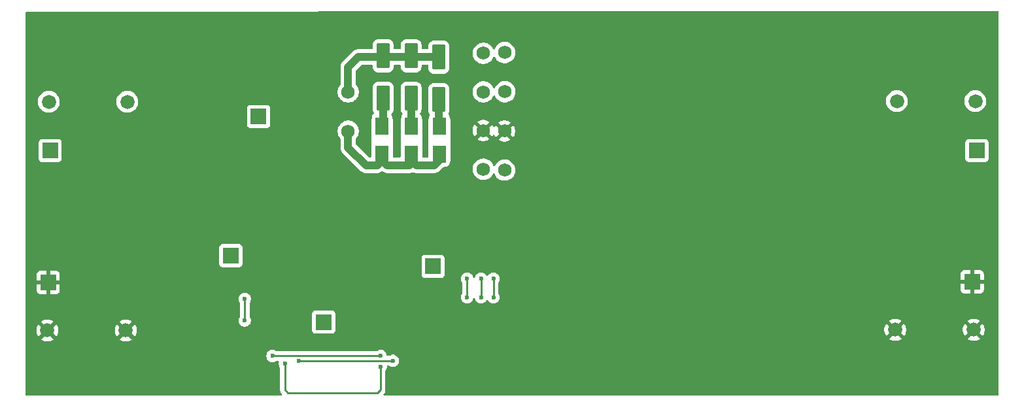
<source format=gbl>
%TF.GenerationSoftware,KiCad,Pcbnew,9.0.5*%
%TF.CreationDate,2025-10-18T17:09:32-07:00*%
%TF.ProjectId,Flyback_CCM_Converter,466c7962-6163-46b5-9f43-434d5f436f6e,rev?*%
%TF.SameCoordinates,Original*%
%TF.FileFunction,Copper,L2,Bot*%
%TF.FilePolarity,Positive*%
%FSLAX46Y46*%
G04 Gerber Fmt 4.6, Leading zero omitted, Abs format (unit mm)*
G04 Created by KiCad (PCBNEW 9.0.5) date 2025-10-18 17:09:32*
%MOMM*%
%LPD*%
G01*
G04 APERTURE LIST*
G04 Aperture macros list*
%AMRoundRect*
0 Rectangle with rounded corners*
0 $1 Rounding radius*
0 $2 $3 $4 $5 $6 $7 $8 $9 X,Y pos of 4 corners*
0 Add a 4 corners polygon primitive as box body*
4,1,4,$2,$3,$4,$5,$6,$7,$8,$9,$2,$3,0*
0 Add four circle primitives for the rounded corners*
1,1,$1+$1,$2,$3*
1,1,$1+$1,$4,$5*
1,1,$1+$1,$6,$7*
1,1,$1+$1,$8,$9*
0 Add four rect primitives between the rounded corners*
20,1,$1+$1,$2,$3,$4,$5,0*
20,1,$1+$1,$4,$5,$6,$7,0*
20,1,$1+$1,$6,$7,$8,$9,0*
20,1,$1+$1,$8,$9,$2,$3,0*%
G04 Aperture macros list end*
%TA.AperFunction,ComponentPad*%
%ADD10C,1.828800*%
%TD*%
%TA.AperFunction,ComponentPad*%
%ADD11C,1.750000*%
%TD*%
%TA.AperFunction,ComponentPad*%
%ADD12R,2.000000X2.000000*%
%TD*%
%TA.AperFunction,SMDPad,CuDef*%
%ADD13R,1.651000X2.184400*%
%TD*%
%TA.AperFunction,SMDPad,CuDef*%
%ADD14RoundRect,0.250000X0.600000X-1.400000X0.600000X1.400000X-0.600000X1.400000X-0.600000X-1.400000X0*%
%TD*%
%TA.AperFunction,ViaPad*%
%ADD15C,0.523800*%
%TD*%
%TA.AperFunction,ViaPad*%
%ADD16C,0.600000*%
%TD*%
%TA.AperFunction,Conductor*%
%ADD17C,1.016000*%
%TD*%
%TA.AperFunction,Conductor*%
%ADD18C,0.254000*%
%TD*%
%TA.AperFunction,Conductor*%
%ADD19C,0.508000*%
%TD*%
G04 APERTURE END LIST*
D10*
%TO.P,+12V,1,1*%
%TO.N,VCC*%
X107043900Y-101885700D03*
%TO.P,+12V,2,2*%
X117203900Y-101885700D03*
%TD*%
%TO.P,+5V,1,1*%
%TO.N,+5V*%
X227000000Y-101800000D03*
%TO.P,+5V,2,2*%
X216840000Y-101800000D03*
%TD*%
D11*
%TO.P,T1,1,AA*%
%TO.N,VCC*%
X145800000Y-100600000D03*
%TO.P,T1,2,AB*%
%TO.N,Net-(Q1-D)*%
X145800000Y-105680000D03*
%TO.P,T1,3,SA*%
%TO.N,GND*%
X163300000Y-105600000D03*
X166040000Y-105670000D03*
%TO.P,T1,4,SB*%
%TO.N,Net-(T1-SB)*%
X163300000Y-100600000D03*
X166090000Y-100580000D03*
%TO.P,T1,NC1*%
%TO.N,N/C*%
X163300000Y-110600000D03*
X166070000Y-110730000D03*
%TO.P,T1,NC2*%
X163300000Y-95600000D03*
X166070000Y-95500000D03*
%TD*%
D12*
%TO.P,TP3,1,1*%
%TO.N,+5V*%
X227200000Y-108200000D03*
%TD*%
%TO.P,TP1,1,1*%
%TO.N,VCC*%
X107200000Y-108200000D03*
%TD*%
%TO.P,TP4,1,1*%
%TO.N,GND*%
X226600000Y-125200000D03*
%TD*%
%TO.P,TP2,1,1*%
%TO.N,GND*%
X106962500Y-125285700D03*
%TD*%
D10*
%TO.P,GND,2,2*%
%TO.N,GND*%
X216640000Y-131400000D03*
%TO.P,GND,1,1*%
X226800000Y-131400000D03*
%TD*%
%TO.P,GND,2,2*%
%TO.N,GND*%
X117003900Y-131485700D03*
%TO.P,GND,1,1*%
X106843900Y-131485700D03*
%TD*%
D12*
%TO.P,TP7,1,1*%
%TO.N,/ISENSE*%
X156800000Y-123200000D03*
%TD*%
%TO.P,TP6,1,1*%
%TO.N,Net-(U1-VREF)*%
X142637500Y-130400000D03*
%TD*%
D13*
%TO.P,CR4,2*%
%TO.N,Net-(Q1-D)*%
X150200000Y-108708400D03*
%TO.P,CR4,1*%
%TO.N,Net-(D3-K)*%
X150200000Y-105000000D03*
%TD*%
%TO.P,CR3,1*%
%TO.N,Net-(D2-K)*%
X154000000Y-105000000D03*
%TO.P,CR3,2*%
%TO.N,Net-(Q1-D)*%
X154000000Y-108708400D03*
%TD*%
D14*
%TO.P,D3,1,K*%
%TO.N,Net-(D3-K)*%
X150340000Y-101426600D03*
%TO.P,D3,2,A*%
%TO.N,VCC*%
X150340000Y-95926600D03*
%TD*%
D12*
%TO.P,TP8,1,1*%
%TO.N,Net-(Q1-D)*%
X134200000Y-103800000D03*
%TD*%
D14*
%TO.P,D2,1,K*%
%TO.N,Net-(D2-K)*%
X153940000Y-101426600D03*
%TO.P,D2,2,A*%
%TO.N,VCC*%
X153940000Y-95926600D03*
%TD*%
%TO.P,D1,1,K*%
%TO.N,Net-(D1-K)*%
X157540000Y-101595000D03*
%TO.P,D1,2,A*%
%TO.N,VCC*%
X157540000Y-96095000D03*
%TD*%
D13*
%TO.P,CR2,1*%
%TO.N,Net-(D1-K)*%
X157600000Y-105000000D03*
%TO.P,CR2,2*%
%TO.N,Net-(Q1-D)*%
X157600000Y-108708400D03*
%TD*%
D12*
%TO.P,TP5,1,1*%
%TO.N,/OUT*%
X130600000Y-121800000D03*
%TD*%
D15*
%TO.N,GND*%
X136000000Y-138600000D03*
X136000000Y-137800000D03*
X151200000Y-137800000D03*
D16*
X140200000Y-100000000D03*
X139200000Y-100000000D03*
X137600000Y-100000000D03*
X136600000Y-100000000D03*
X126800000Y-108200000D03*
X127800000Y-108200000D03*
X124400000Y-108200000D03*
X125400000Y-108200000D03*
X122000000Y-108200000D03*
X123000000Y-108200000D03*
%TO.N,VCC*%
X139400000Y-135427000D03*
X151600000Y-135427000D03*
X163000000Y-127200000D03*
X163000000Y-124800000D03*
%TO.N,Net-(U1-VREF)*%
X137600000Y-135800000D03*
X150000000Y-136200000D03*
X164600000Y-127200000D03*
X164600000Y-124800000D03*
%TO.N,/OUT*%
X132400000Y-127400000D03*
X132400000Y-130200000D03*
X136000000Y-134800000D03*
X150000000Y-134800000D03*
X161200000Y-124800000D03*
X161200000Y-127200000D03*
%TO.N,GND*%
X138200000Y-121200000D03*
X138200000Y-120200000D03*
X140000000Y-119000000D03*
X141000000Y-119000000D03*
X134837500Y-126000000D03*
X154237500Y-130000000D03*
X155237500Y-130000000D03*
X134837500Y-125000000D03*
X149637500Y-119200000D03*
X150637500Y-119200000D03*
X138237500Y-123400000D03*
X126800000Y-96837500D03*
X127800000Y-96837500D03*
X125400000Y-96837500D03*
X123000000Y-96837500D03*
X122000000Y-96837500D03*
X124400000Y-96837500D03*
X182000000Y-95100000D03*
X183000000Y-95100000D03*
X196200000Y-116700000D03*
X198200000Y-116700000D03*
X184400000Y-106300000D03*
X187800000Y-95100000D03*
X190200000Y-95100000D03*
X190200000Y-106300000D03*
X180000000Y-115700000D03*
X204200000Y-116700000D03*
X191600000Y-106300000D03*
X207200000Y-116700000D03*
X203200000Y-116700000D03*
X186800000Y-106300000D03*
X209200000Y-116700000D03*
X191800000Y-95100000D03*
X206200000Y-116700000D03*
X211400000Y-116700000D03*
X199200000Y-116700000D03*
X186800000Y-95100000D03*
X194000000Y-106300000D03*
X181000000Y-115700000D03*
X202200000Y-116700000D03*
X184400000Y-95100000D03*
X185400000Y-95100000D03*
X210400000Y-116700000D03*
X197200000Y-116700000D03*
X189200000Y-95100000D03*
X185400000Y-106300000D03*
X200200000Y-116700000D03*
X195000000Y-106300000D03*
X205200000Y-116700000D03*
X189200000Y-106300000D03*
X187800000Y-106300000D03*
X192800000Y-95100000D03*
X201200000Y-116700000D03*
X208200000Y-116700000D03*
X192600000Y-106300000D03*
D15*
X151200000Y-137200000D03*
%TD*%
D17*
%TO.N,Net-(Q1-D)*%
X156934536Y-110106400D02*
X157600000Y-109440936D01*
X154665464Y-110106400D02*
X156934536Y-110106400D01*
X154000000Y-109440936D02*
X154665464Y-110106400D01*
X157600000Y-109440936D02*
X157600000Y-108708400D01*
X154000000Y-108708400D02*
X154000000Y-109440936D01*
X154000000Y-109800000D02*
X154000000Y-108708400D01*
X153693600Y-110106400D02*
X154000000Y-109800000D01*
X150865464Y-110106400D02*
X153693600Y-110106400D01*
X150200000Y-108708400D02*
X150200000Y-109440936D01*
X150200000Y-109440936D02*
X150865464Y-110106400D01*
X149534536Y-110106400D02*
X150200000Y-109440936D01*
X148106400Y-110106400D02*
X149534536Y-110106400D01*
X145800000Y-107800000D02*
X148106400Y-110106400D01*
D18*
%TO.N,VCC*%
X151600000Y-135427000D02*
X139400000Y-135427000D01*
X163000000Y-124800000D02*
X163000000Y-127200000D01*
%TO.N,Net-(U1-VREF)*%
X164600000Y-124800000D02*
X164600000Y-127200000D01*
%TO.N,/OUT*%
X132400000Y-130200000D02*
X132400000Y-127400000D01*
X150000000Y-134800000D02*
X136000000Y-134800000D01*
X161200000Y-124800000D02*
X161200000Y-127200000D01*
D17*
%TO.N,Net-(Q1-D)*%
X157540000Y-109167536D02*
X157540000Y-108435000D01*
X153940000Y-108435000D02*
X153940000Y-109167536D01*
X150340000Y-108435000D02*
X150340000Y-109167536D01*
X145800000Y-105680000D02*
X145800000Y-107800000D01*
%TO.N,VCC*%
X147105000Y-96095000D02*
X157540000Y-96095000D01*
X145800000Y-100600000D02*
X145800000Y-97400000D01*
X145800000Y-97400000D02*
X147105000Y-96095000D01*
%TO.N,Net-(D1-K)*%
X157540000Y-101595000D02*
X157540000Y-104726600D01*
%TO.N,Net-(D2-K)*%
X153940000Y-101426600D02*
X153940000Y-104726600D01*
%TO.N,Net-(D3-K)*%
X150340000Y-101426600D02*
X150340000Y-104726600D01*
D19*
%TO.N,Net-(Q1-D)*%
X149800000Y-109200000D02*
X150200000Y-108800000D01*
D18*
%TO.N,Net-(U1-VREF)*%
X137600000Y-139200000D02*
X137600000Y-135800000D01*
X138000000Y-139600000D02*
X137600000Y-139200000D01*
X149600000Y-139600000D02*
X138000000Y-139600000D01*
X150000000Y-136200000D02*
X150000000Y-139200000D01*
X150000000Y-139200000D02*
X149600000Y-139600000D01*
%TD*%
%TA.AperFunction,Conductor*%
%TO.N,GND*%
G36*
X229942539Y-90120185D02*
G01*
X229988294Y-90172989D01*
X229999500Y-90224500D01*
X229999500Y-139775500D01*
X229979815Y-139842539D01*
X229927011Y-139888294D01*
X229875500Y-139899500D01*
X150487282Y-139899500D01*
X150420243Y-139879815D01*
X150374488Y-139827011D01*
X150364544Y-139757853D01*
X150393569Y-139694297D01*
X150399601Y-139687819D01*
X150487408Y-139600011D01*
X150487411Y-139600008D01*
X150556083Y-139497233D01*
X150603385Y-139383035D01*
X150611276Y-139343360D01*
X150627500Y-139261806D01*
X150627500Y-136739356D01*
X150647185Y-136672317D01*
X150648398Y-136670465D01*
X150709394Y-136579179D01*
X150769737Y-136433497D01*
X150800500Y-136278842D01*
X150800500Y-136178500D01*
X150803050Y-136169814D01*
X150801762Y-136160853D01*
X150812740Y-136136812D01*
X150820185Y-136111461D01*
X150827025Y-136105533D01*
X150830787Y-136097297D01*
X150853021Y-136083007D01*
X150872989Y-136065706D01*
X150883503Y-136063418D01*
X150889565Y-136059523D01*
X150924500Y-136054500D01*
X151060643Y-136054500D01*
X151127682Y-136074185D01*
X151129534Y-136075398D01*
X151220814Y-136136390D01*
X151220827Y-136136397D01*
X151366498Y-136196735D01*
X151366503Y-136196737D01*
X151521153Y-136227499D01*
X151521156Y-136227500D01*
X151521158Y-136227500D01*
X151678844Y-136227500D01*
X151678845Y-136227499D01*
X151833497Y-136196737D01*
X151979179Y-136136394D01*
X152110289Y-136048789D01*
X152221789Y-135937289D01*
X152309394Y-135806179D01*
X152369737Y-135660497D01*
X152400500Y-135505842D01*
X152400500Y-135348158D01*
X152400500Y-135348155D01*
X152400499Y-135348153D01*
X152369738Y-135193510D01*
X152369737Y-135193503D01*
X152363801Y-135179172D01*
X152309397Y-135047827D01*
X152309390Y-135047814D01*
X152221789Y-134916711D01*
X152221786Y-134916707D01*
X152110292Y-134805213D01*
X152110288Y-134805210D01*
X151979185Y-134717609D01*
X151979172Y-134717602D01*
X151833501Y-134657264D01*
X151833489Y-134657261D01*
X151678845Y-134626500D01*
X151678842Y-134626500D01*
X151521158Y-134626500D01*
X151521155Y-134626500D01*
X151366510Y-134657261D01*
X151366498Y-134657264D01*
X151220827Y-134717602D01*
X151220814Y-134717609D01*
X151129534Y-134778602D01*
X151111487Y-134784252D01*
X151095578Y-134794477D01*
X151064618Y-134798928D01*
X151062857Y-134799480D01*
X151060643Y-134799500D01*
X150917848Y-134799500D01*
X150850809Y-134779815D01*
X150805054Y-134727011D01*
X150796231Y-134699692D01*
X150769738Y-134566508D01*
X150769737Y-134566507D01*
X150769737Y-134566503D01*
X150769735Y-134566498D01*
X150709397Y-134420827D01*
X150709390Y-134420814D01*
X150621789Y-134289711D01*
X150621786Y-134289707D01*
X150510292Y-134178213D01*
X150510288Y-134178210D01*
X150379185Y-134090609D01*
X150379172Y-134090602D01*
X150233501Y-134030264D01*
X150233489Y-134030261D01*
X150078845Y-133999500D01*
X150078842Y-133999500D01*
X149921158Y-133999500D01*
X149921155Y-133999500D01*
X149766510Y-134030261D01*
X149766498Y-134030264D01*
X149620827Y-134090602D01*
X149620814Y-134090609D01*
X149529534Y-134151602D01*
X149462857Y-134172480D01*
X149460643Y-134172500D01*
X136539357Y-134172500D01*
X136472318Y-134152815D01*
X136470466Y-134151602D01*
X136379185Y-134090609D01*
X136379172Y-134090602D01*
X136233501Y-134030264D01*
X136233489Y-134030261D01*
X136078845Y-133999500D01*
X136078842Y-133999500D01*
X135921158Y-133999500D01*
X135921155Y-133999500D01*
X135766510Y-134030261D01*
X135766498Y-134030264D01*
X135620827Y-134090602D01*
X135620814Y-134090609D01*
X135489711Y-134178210D01*
X135489707Y-134178213D01*
X135378213Y-134289707D01*
X135378210Y-134289711D01*
X135290609Y-134420814D01*
X135290602Y-134420827D01*
X135230264Y-134566498D01*
X135230261Y-134566510D01*
X135199500Y-134721153D01*
X135199500Y-134878846D01*
X135230261Y-135033489D01*
X135230264Y-135033501D01*
X135290602Y-135179172D01*
X135290609Y-135179185D01*
X135378210Y-135310288D01*
X135378213Y-135310292D01*
X135489707Y-135421786D01*
X135489711Y-135421789D01*
X135620814Y-135509390D01*
X135620827Y-135509397D01*
X135766498Y-135569735D01*
X135766503Y-135569737D01*
X135921153Y-135600499D01*
X135921156Y-135600500D01*
X135921158Y-135600500D01*
X136078844Y-135600500D01*
X136078845Y-135600499D01*
X136233497Y-135569737D01*
X136379179Y-135509394D01*
X136470466Y-135448398D01*
X136488512Y-135442747D01*
X136504422Y-135432523D01*
X136535381Y-135428071D01*
X136537143Y-135427520D01*
X136539357Y-135427500D01*
X136706818Y-135427500D01*
X136773857Y-135447185D01*
X136819612Y-135499989D01*
X136829556Y-135569147D01*
X136828435Y-135575692D01*
X136799500Y-135721155D01*
X136799500Y-135878846D01*
X136830261Y-136033489D01*
X136830264Y-136033501D01*
X136890603Y-136179174D01*
X136890604Y-136179175D01*
X136890606Y-136179179D01*
X136951602Y-136270465D01*
X136972480Y-136337142D01*
X136972500Y-136339356D01*
X136972500Y-139261807D01*
X136996612Y-139383028D01*
X136996613Y-139383032D01*
X136996614Y-139383035D01*
X137010668Y-139416964D01*
X137010669Y-139416966D01*
X137043913Y-139497226D01*
X137043920Y-139497239D01*
X137112588Y-139600007D01*
X137112591Y-139600011D01*
X137200399Y-139687819D01*
X137233884Y-139749142D01*
X137228900Y-139818834D01*
X137187028Y-139874767D01*
X137121564Y-139899184D01*
X137112718Y-139899500D01*
X104124500Y-139899500D01*
X104057461Y-139879815D01*
X104011706Y-139827011D01*
X104000500Y-139775500D01*
X104000500Y-131374378D01*
X105429500Y-131374378D01*
X105429500Y-131597021D01*
X105464326Y-131816906D01*
X105533125Y-132028645D01*
X105634196Y-132227007D01*
X105682523Y-132293522D01*
X105682523Y-132293523D01*
X106234898Y-131741148D01*
X106258661Y-131798517D01*
X106330934Y-131906680D01*
X106422920Y-131998666D01*
X106531083Y-132070939D01*
X106588450Y-132094701D01*
X106036075Y-132647075D01*
X106102592Y-132695403D01*
X106300954Y-132796474D01*
X106512693Y-132865273D01*
X106732579Y-132900100D01*
X106955221Y-132900100D01*
X107175106Y-132865273D01*
X107386845Y-132796474D01*
X107585207Y-132695403D01*
X107651722Y-132647075D01*
X107099348Y-132094701D01*
X107156717Y-132070939D01*
X107264880Y-131998666D01*
X107356866Y-131906680D01*
X107429139Y-131798517D01*
X107452901Y-131741148D01*
X108005275Y-132293522D01*
X108053603Y-132227007D01*
X108154674Y-132028645D01*
X108223473Y-131816906D01*
X108258300Y-131597021D01*
X108258300Y-131374378D01*
X115589500Y-131374378D01*
X115589500Y-131597021D01*
X115624326Y-131816906D01*
X115693125Y-132028645D01*
X115794196Y-132227007D01*
X115842523Y-132293522D01*
X115842523Y-132293523D01*
X116394898Y-131741148D01*
X116418661Y-131798517D01*
X116490934Y-131906680D01*
X116582920Y-131998666D01*
X116691083Y-132070939D01*
X116748450Y-132094701D01*
X116196075Y-132647075D01*
X116262592Y-132695403D01*
X116460954Y-132796474D01*
X116672693Y-132865273D01*
X116892579Y-132900100D01*
X117115221Y-132900100D01*
X117335106Y-132865273D01*
X117546845Y-132796474D01*
X117745207Y-132695403D01*
X117811722Y-132647075D01*
X117811723Y-132647075D01*
X117766445Y-132601797D01*
X117259348Y-132094701D01*
X117316717Y-132070939D01*
X117424880Y-131998666D01*
X117516866Y-131906680D01*
X117589139Y-131798517D01*
X117612901Y-131741148D01*
X118165275Y-132293522D01*
X118213603Y-132227007D01*
X118314674Y-132028645D01*
X118383473Y-131816906D01*
X118418300Y-131597021D01*
X118418300Y-131374378D01*
X118383473Y-131154493D01*
X118314674Y-130942754D01*
X118213603Y-130744392D01*
X118165275Y-130677876D01*
X118165275Y-130677875D01*
X117612901Y-131230250D01*
X117589139Y-131172883D01*
X117516866Y-131064720D01*
X117424880Y-130972734D01*
X117316717Y-130900461D01*
X117259347Y-130876698D01*
X117811723Y-130324323D01*
X117745207Y-130275996D01*
X117546845Y-130174925D01*
X117335106Y-130106126D01*
X117115221Y-130071300D01*
X116892579Y-130071300D01*
X116672693Y-130106126D01*
X116460954Y-130174925D01*
X116262591Y-130275997D01*
X116196076Y-130324322D01*
X116196075Y-130324323D01*
X116748451Y-130876698D01*
X116691083Y-130900461D01*
X116582920Y-130972734D01*
X116490934Y-131064720D01*
X116418661Y-131172883D01*
X116394898Y-131230251D01*
X115842523Y-130677875D01*
X115842522Y-130677876D01*
X115794197Y-130744391D01*
X115693125Y-130942754D01*
X115624326Y-131154493D01*
X115589500Y-131374378D01*
X108258300Y-131374378D01*
X108223473Y-131154493D01*
X108154674Y-130942754D01*
X108053603Y-130744392D01*
X108005275Y-130677876D01*
X108005275Y-130677875D01*
X107452901Y-131230250D01*
X107429139Y-131172883D01*
X107356866Y-131064720D01*
X107264880Y-130972734D01*
X107156717Y-130900461D01*
X107099347Y-130876698D01*
X107651723Y-130324323D01*
X107585207Y-130275996D01*
X107386845Y-130174925D01*
X107175106Y-130106126D01*
X106955221Y-130071300D01*
X106732579Y-130071300D01*
X106512693Y-130106126D01*
X106300954Y-130174925D01*
X106102591Y-130275997D01*
X106036076Y-130324322D01*
X106036075Y-130324323D01*
X106588451Y-130876698D01*
X106531083Y-130900461D01*
X106422920Y-130972734D01*
X106330934Y-131064720D01*
X106258661Y-131172883D01*
X106234898Y-131230251D01*
X105682523Y-130677875D01*
X105682522Y-130677876D01*
X105634197Y-130744391D01*
X105533125Y-130942754D01*
X105464326Y-131154493D01*
X105429500Y-131374378D01*
X104000500Y-131374378D01*
X104000500Y-127321153D01*
X131599500Y-127321153D01*
X131599500Y-127478846D01*
X131630261Y-127633489D01*
X131630264Y-127633501D01*
X131690603Y-127779174D01*
X131690604Y-127779175D01*
X131690606Y-127779179D01*
X131751602Y-127870465D01*
X131772480Y-127937142D01*
X131772500Y-127939356D01*
X131772500Y-129660642D01*
X131752815Y-129727681D01*
X131751602Y-129729533D01*
X131690609Y-129820814D01*
X131690602Y-129820827D01*
X131630264Y-129966498D01*
X131630261Y-129966510D01*
X131599500Y-130121153D01*
X131599500Y-130278846D01*
X131630261Y-130433489D01*
X131630264Y-130433501D01*
X131690602Y-130579172D01*
X131690609Y-130579185D01*
X131778210Y-130710288D01*
X131778213Y-130710292D01*
X131889707Y-130821786D01*
X131889711Y-130821789D01*
X132020814Y-130909390D01*
X132020827Y-130909397D01*
X132166498Y-130969735D01*
X132166503Y-130969737D01*
X132321153Y-131000499D01*
X132321156Y-131000500D01*
X132321158Y-131000500D01*
X132478844Y-131000500D01*
X132478845Y-131000499D01*
X132633497Y-130969737D01*
X132779179Y-130909394D01*
X132910289Y-130821789D01*
X133021789Y-130710289D01*
X133109394Y-130579179D01*
X133169737Y-130433497D01*
X133200500Y-130278842D01*
X133200500Y-130121158D01*
X133200500Y-130121155D01*
X133200499Y-130121153D01*
X133194148Y-130089225D01*
X133169737Y-129966503D01*
X133169735Y-129966498D01*
X133109397Y-129820827D01*
X133109390Y-129820814D01*
X133048398Y-129729533D01*
X133027520Y-129662855D01*
X133027500Y-129660642D01*
X133027500Y-129352135D01*
X141137000Y-129352135D01*
X141137000Y-131447870D01*
X141137001Y-131447876D01*
X141143408Y-131507483D01*
X141193702Y-131642328D01*
X141193706Y-131642335D01*
X141279952Y-131757544D01*
X141279955Y-131757547D01*
X141395164Y-131843793D01*
X141395171Y-131843797D01*
X141530017Y-131894091D01*
X141530016Y-131894091D01*
X141536944Y-131894835D01*
X141589627Y-131900500D01*
X143685372Y-131900499D01*
X143744983Y-131894091D01*
X143879831Y-131843796D01*
X143995046Y-131757546D01*
X144081296Y-131642331D01*
X144131591Y-131507483D01*
X144138000Y-131447873D01*
X144138000Y-131288678D01*
X215225600Y-131288678D01*
X215225600Y-131511321D01*
X215260426Y-131731206D01*
X215329225Y-131942945D01*
X215430296Y-132141307D01*
X215478623Y-132207822D01*
X215478623Y-132207823D01*
X216030998Y-131655448D01*
X216054761Y-131712817D01*
X216127034Y-131820980D01*
X216219020Y-131912966D01*
X216327183Y-131985239D01*
X216384550Y-132009001D01*
X215832175Y-132561375D01*
X215898692Y-132609703D01*
X216097054Y-132710774D01*
X216308793Y-132779573D01*
X216528679Y-132814400D01*
X216751321Y-132814400D01*
X216971206Y-132779573D01*
X217182945Y-132710774D01*
X217381307Y-132609703D01*
X217447822Y-132561375D01*
X216895448Y-132009001D01*
X216952817Y-131985239D01*
X217060980Y-131912966D01*
X217152966Y-131820980D01*
X217225239Y-131712817D01*
X217249001Y-131655448D01*
X217801375Y-132207822D01*
X217849703Y-132141307D01*
X217950774Y-131942945D01*
X218019573Y-131731206D01*
X218054400Y-131511321D01*
X218054400Y-131288678D01*
X225385600Y-131288678D01*
X225385600Y-131511321D01*
X225420426Y-131731206D01*
X225489225Y-131942945D01*
X225590296Y-132141307D01*
X225638623Y-132207822D01*
X225638623Y-132207823D01*
X226190998Y-131655448D01*
X226214761Y-131712817D01*
X226287034Y-131820980D01*
X226379020Y-131912966D01*
X226487183Y-131985239D01*
X226544550Y-132009001D01*
X225992175Y-132561375D01*
X226058692Y-132609703D01*
X226257054Y-132710774D01*
X226468793Y-132779573D01*
X226688679Y-132814400D01*
X226911321Y-132814400D01*
X227131206Y-132779573D01*
X227342945Y-132710774D01*
X227541307Y-132609703D01*
X227607822Y-132561375D01*
X227055448Y-132009001D01*
X227112817Y-131985239D01*
X227220980Y-131912966D01*
X227312966Y-131820980D01*
X227385239Y-131712817D01*
X227409001Y-131655448D01*
X227961375Y-132207822D01*
X228009703Y-132141307D01*
X228110774Y-131942945D01*
X228179573Y-131731206D01*
X228214400Y-131511321D01*
X228214400Y-131288678D01*
X228179573Y-131068793D01*
X228110774Y-130857054D01*
X228009703Y-130658692D01*
X227961375Y-130592176D01*
X227961375Y-130592175D01*
X227409001Y-131144550D01*
X227385239Y-131087183D01*
X227312966Y-130979020D01*
X227220980Y-130887034D01*
X227112817Y-130814761D01*
X227055447Y-130790998D01*
X227607823Y-130238623D01*
X227541307Y-130190296D01*
X227342945Y-130089225D01*
X227131206Y-130020426D01*
X226911321Y-129985600D01*
X226688679Y-129985600D01*
X226468793Y-130020426D01*
X226257054Y-130089225D01*
X226058691Y-130190297D01*
X225992176Y-130238622D01*
X225992175Y-130238623D01*
X226544551Y-130790998D01*
X226487183Y-130814761D01*
X226379020Y-130887034D01*
X226287034Y-130979020D01*
X226214761Y-131087183D01*
X226190998Y-131144551D01*
X225638623Y-130592175D01*
X225638622Y-130592176D01*
X225590297Y-130658691D01*
X225489225Y-130857054D01*
X225420426Y-131068793D01*
X225385600Y-131288678D01*
X218054400Y-131288678D01*
X218019573Y-131068793D01*
X217950774Y-130857054D01*
X217849703Y-130658692D01*
X217801375Y-130592176D01*
X217801375Y-130592175D01*
X217249001Y-131144550D01*
X217225239Y-131087183D01*
X217152966Y-130979020D01*
X217060980Y-130887034D01*
X216952817Y-130814761D01*
X216895447Y-130790998D01*
X217447823Y-130238623D01*
X217381307Y-130190296D01*
X217182945Y-130089225D01*
X216971206Y-130020426D01*
X216751321Y-129985600D01*
X216528679Y-129985600D01*
X216308793Y-130020426D01*
X216097054Y-130089225D01*
X215898691Y-130190297D01*
X215832176Y-130238622D01*
X215832175Y-130238623D01*
X216384551Y-130790998D01*
X216327183Y-130814761D01*
X216219020Y-130887034D01*
X216127034Y-130979020D01*
X216054761Y-131087183D01*
X216030998Y-131144551D01*
X215478623Y-130592175D01*
X215478622Y-130592176D01*
X215430297Y-130658691D01*
X215329225Y-130857054D01*
X215260426Y-131068793D01*
X215225600Y-131288678D01*
X144138000Y-131288678D01*
X144137999Y-129352128D01*
X144131591Y-129292517D01*
X144081296Y-129157669D01*
X144081295Y-129157668D01*
X144081293Y-129157664D01*
X143995047Y-129042455D01*
X143995044Y-129042452D01*
X143879835Y-128956206D01*
X143879828Y-128956202D01*
X143744982Y-128905908D01*
X143744983Y-128905908D01*
X143685383Y-128899501D01*
X143685381Y-128899500D01*
X143685373Y-128899500D01*
X143685364Y-128899500D01*
X141589629Y-128899500D01*
X141589623Y-128899501D01*
X141530016Y-128905908D01*
X141395171Y-128956202D01*
X141395164Y-128956206D01*
X141279955Y-129042452D01*
X141279952Y-129042455D01*
X141193706Y-129157664D01*
X141193702Y-129157671D01*
X141143408Y-129292517D01*
X141137001Y-129352116D01*
X141137001Y-129352123D01*
X141137000Y-129352135D01*
X133027500Y-129352135D01*
X133027500Y-127939356D01*
X133047185Y-127872317D01*
X133048398Y-127870465D01*
X133109394Y-127779179D01*
X133169737Y-127633497D01*
X133200500Y-127478842D01*
X133200500Y-127321158D01*
X133200500Y-127321155D01*
X133200499Y-127321153D01*
X133192583Y-127281355D01*
X133169737Y-127166503D01*
X133150955Y-127121158D01*
X133109397Y-127020827D01*
X133109390Y-127020814D01*
X133021789Y-126889711D01*
X133021786Y-126889707D01*
X132910292Y-126778213D01*
X132910288Y-126778210D01*
X132779185Y-126690609D01*
X132779172Y-126690602D01*
X132633501Y-126630264D01*
X132633489Y-126630261D01*
X132478845Y-126599500D01*
X132478842Y-126599500D01*
X132321158Y-126599500D01*
X132321155Y-126599500D01*
X132166510Y-126630261D01*
X132166498Y-126630264D01*
X132020827Y-126690602D01*
X132020814Y-126690609D01*
X131889711Y-126778210D01*
X131889707Y-126778213D01*
X131778213Y-126889707D01*
X131778210Y-126889711D01*
X131690609Y-127020814D01*
X131690602Y-127020827D01*
X131630264Y-127166498D01*
X131630261Y-127166510D01*
X131599500Y-127321153D01*
X104000500Y-127321153D01*
X104000500Y-124237855D01*
X105462500Y-124237855D01*
X105462500Y-125035700D01*
X106529488Y-125035700D01*
X106496575Y-125092707D01*
X106462500Y-125219874D01*
X106462500Y-125351526D01*
X106496575Y-125478693D01*
X106529488Y-125535700D01*
X105462500Y-125535700D01*
X105462500Y-126333544D01*
X105468901Y-126393072D01*
X105468903Y-126393079D01*
X105519145Y-126527786D01*
X105519149Y-126527793D01*
X105605309Y-126642887D01*
X105605312Y-126642890D01*
X105720406Y-126729050D01*
X105720413Y-126729054D01*
X105855120Y-126779296D01*
X105855127Y-126779298D01*
X105914655Y-126785699D01*
X105914672Y-126785700D01*
X106712500Y-126785700D01*
X106712500Y-125718712D01*
X106769507Y-125751625D01*
X106896674Y-125785700D01*
X107028326Y-125785700D01*
X107155493Y-125751625D01*
X107212500Y-125718712D01*
X107212500Y-126785700D01*
X108010328Y-126785700D01*
X108010344Y-126785699D01*
X108069872Y-126779298D01*
X108069879Y-126779296D01*
X108204586Y-126729054D01*
X108204593Y-126729050D01*
X108319687Y-126642890D01*
X108319690Y-126642887D01*
X108405850Y-126527793D01*
X108405854Y-126527786D01*
X108456096Y-126393079D01*
X108456098Y-126393072D01*
X108462499Y-126333544D01*
X108462500Y-126333527D01*
X108462500Y-125535700D01*
X107395512Y-125535700D01*
X107428425Y-125478693D01*
X107462500Y-125351526D01*
X107462500Y-125219874D01*
X107428425Y-125092707D01*
X107395512Y-125035700D01*
X108462500Y-125035700D01*
X108462500Y-124721153D01*
X160399500Y-124721153D01*
X160399500Y-124878846D01*
X160430261Y-125033489D01*
X160430264Y-125033501D01*
X160490603Y-125179174D01*
X160490604Y-125179175D01*
X160490606Y-125179179D01*
X160503102Y-125197880D01*
X160551602Y-125270465D01*
X160572480Y-125337142D01*
X160572500Y-125339356D01*
X160572500Y-126660642D01*
X160552815Y-126727681D01*
X160551602Y-126729533D01*
X160490609Y-126820814D01*
X160490602Y-126820827D01*
X160430264Y-126966498D01*
X160430261Y-126966510D01*
X160399500Y-127121153D01*
X160399500Y-127278846D01*
X160430261Y-127433489D01*
X160430264Y-127433501D01*
X160490602Y-127579172D01*
X160490609Y-127579185D01*
X160578210Y-127710288D01*
X160578213Y-127710292D01*
X160689707Y-127821786D01*
X160689711Y-127821789D01*
X160820814Y-127909390D01*
X160820827Y-127909397D01*
X160893156Y-127939356D01*
X160966503Y-127969737D01*
X161121153Y-128000499D01*
X161121156Y-128000500D01*
X161121158Y-128000500D01*
X161278844Y-128000500D01*
X161278845Y-128000499D01*
X161433497Y-127969737D01*
X161579179Y-127909394D01*
X161710289Y-127821789D01*
X161821789Y-127710289D01*
X161909394Y-127579179D01*
X161969737Y-127433497D01*
X161978383Y-127390033D01*
X162010768Y-127328122D01*
X162071483Y-127293548D01*
X162141253Y-127297287D01*
X162197925Y-127338154D01*
X162221617Y-127390033D01*
X162230261Y-127433489D01*
X162230264Y-127433501D01*
X162290602Y-127579172D01*
X162290609Y-127579185D01*
X162378210Y-127710288D01*
X162378213Y-127710292D01*
X162489707Y-127821786D01*
X162489711Y-127821789D01*
X162620814Y-127909390D01*
X162620827Y-127909397D01*
X162693156Y-127939356D01*
X162766503Y-127969737D01*
X162921153Y-128000499D01*
X162921156Y-128000500D01*
X162921158Y-128000500D01*
X163078844Y-128000500D01*
X163078845Y-128000499D01*
X163233497Y-127969737D01*
X163379179Y-127909394D01*
X163510289Y-127821789D01*
X163621789Y-127710289D01*
X163696898Y-127597881D01*
X163750510Y-127553076D01*
X163819835Y-127544369D01*
X163882863Y-127574523D01*
X163903102Y-127597881D01*
X163978210Y-127710288D01*
X163978213Y-127710292D01*
X164089707Y-127821786D01*
X164089711Y-127821789D01*
X164220814Y-127909390D01*
X164220827Y-127909397D01*
X164293156Y-127939356D01*
X164366503Y-127969737D01*
X164521153Y-128000499D01*
X164521156Y-128000500D01*
X164521158Y-128000500D01*
X164678844Y-128000500D01*
X164678845Y-128000499D01*
X164833497Y-127969737D01*
X164979179Y-127909394D01*
X165110289Y-127821789D01*
X165221789Y-127710289D01*
X165309394Y-127579179D01*
X165369737Y-127433497D01*
X165400500Y-127278842D01*
X165400500Y-127121158D01*
X165400500Y-127121155D01*
X165400499Y-127121153D01*
X165396831Y-127102712D01*
X165369737Y-126966503D01*
X165337929Y-126889711D01*
X165309397Y-126820827D01*
X165309390Y-126820814D01*
X165248398Y-126729533D01*
X165227520Y-126662855D01*
X165227500Y-126660642D01*
X165227500Y-125339356D01*
X165247185Y-125272317D01*
X165248398Y-125270465D01*
X165251498Y-125265826D01*
X165309394Y-125179179D01*
X165369737Y-125033497D01*
X165400500Y-124878842D01*
X165400500Y-124721158D01*
X165400500Y-124721155D01*
X165400499Y-124721153D01*
X165395116Y-124694091D01*
X165369737Y-124566503D01*
X165366026Y-124557544D01*
X165309397Y-124420827D01*
X165309390Y-124420814D01*
X165221789Y-124289711D01*
X165221786Y-124289707D01*
X165110292Y-124178213D01*
X165110288Y-124178210D01*
X165071294Y-124152155D01*
X225100000Y-124152155D01*
X225100000Y-124950000D01*
X226166988Y-124950000D01*
X226134075Y-125007007D01*
X226100000Y-125134174D01*
X226100000Y-125265826D01*
X226134075Y-125392993D01*
X226166988Y-125450000D01*
X225100000Y-125450000D01*
X225100000Y-126247844D01*
X225106401Y-126307372D01*
X225106403Y-126307379D01*
X225156645Y-126442086D01*
X225156649Y-126442093D01*
X225242809Y-126557187D01*
X225242812Y-126557190D01*
X225357906Y-126643350D01*
X225357913Y-126643354D01*
X225492620Y-126693596D01*
X225492627Y-126693598D01*
X225552155Y-126699999D01*
X225552172Y-126700000D01*
X226350000Y-126700000D01*
X226350000Y-125633012D01*
X226407007Y-125665925D01*
X226534174Y-125700000D01*
X226665826Y-125700000D01*
X226792993Y-125665925D01*
X226850000Y-125633012D01*
X226850000Y-126700000D01*
X227647828Y-126700000D01*
X227647844Y-126699999D01*
X227707372Y-126693598D01*
X227707379Y-126693596D01*
X227842086Y-126643354D01*
X227842093Y-126643350D01*
X227957187Y-126557190D01*
X227957190Y-126557187D01*
X228043350Y-126442093D01*
X228043354Y-126442086D01*
X228093596Y-126307379D01*
X228093598Y-126307372D01*
X228099999Y-126247844D01*
X228100000Y-126247827D01*
X228100000Y-125450000D01*
X227033012Y-125450000D01*
X227065925Y-125392993D01*
X227100000Y-125265826D01*
X227100000Y-125134174D01*
X227065925Y-125007007D01*
X227033012Y-124950000D01*
X228100000Y-124950000D01*
X228100000Y-124152172D01*
X228099999Y-124152155D01*
X228093598Y-124092627D01*
X228093596Y-124092620D01*
X228043354Y-123957913D01*
X228043350Y-123957906D01*
X227957190Y-123842812D01*
X227957187Y-123842809D01*
X227842093Y-123756649D01*
X227842086Y-123756645D01*
X227707379Y-123706403D01*
X227707372Y-123706401D01*
X227647844Y-123700000D01*
X226850000Y-123700000D01*
X226850000Y-124766988D01*
X226792993Y-124734075D01*
X226665826Y-124700000D01*
X226534174Y-124700000D01*
X226407007Y-124734075D01*
X226350000Y-124766988D01*
X226350000Y-123700000D01*
X225552155Y-123700000D01*
X225492627Y-123706401D01*
X225492620Y-123706403D01*
X225357913Y-123756645D01*
X225357906Y-123756649D01*
X225242812Y-123842809D01*
X225242809Y-123842812D01*
X225156649Y-123957906D01*
X225156645Y-123957913D01*
X225106403Y-124092620D01*
X225106401Y-124092627D01*
X225100000Y-124152155D01*
X165071294Y-124152155D01*
X164979185Y-124090609D01*
X164979172Y-124090602D01*
X164833501Y-124030264D01*
X164833489Y-124030261D01*
X164678845Y-123999500D01*
X164678842Y-123999500D01*
X164521158Y-123999500D01*
X164521155Y-123999500D01*
X164366510Y-124030261D01*
X164366498Y-124030264D01*
X164220827Y-124090602D01*
X164220814Y-124090609D01*
X164089711Y-124178210D01*
X164089707Y-124178213D01*
X163978213Y-124289707D01*
X163978210Y-124289711D01*
X163903102Y-124402118D01*
X163849490Y-124446923D01*
X163780165Y-124455630D01*
X163717137Y-124425475D01*
X163696898Y-124402118D01*
X163621789Y-124289711D01*
X163621786Y-124289707D01*
X163510292Y-124178213D01*
X163510288Y-124178210D01*
X163379185Y-124090609D01*
X163379172Y-124090602D01*
X163233501Y-124030264D01*
X163233489Y-124030261D01*
X163078845Y-123999500D01*
X163078842Y-123999500D01*
X162921158Y-123999500D01*
X162921155Y-123999500D01*
X162766510Y-124030261D01*
X162766498Y-124030264D01*
X162620827Y-124090602D01*
X162620814Y-124090609D01*
X162489711Y-124178210D01*
X162489707Y-124178213D01*
X162378213Y-124289707D01*
X162378210Y-124289711D01*
X162290609Y-124420814D01*
X162290602Y-124420827D01*
X162230264Y-124566498D01*
X162230261Y-124566508D01*
X162221617Y-124609967D01*
X162189232Y-124671878D01*
X162128516Y-124706452D01*
X162058747Y-124702712D01*
X162002075Y-124661845D01*
X161978383Y-124609967D01*
X161969738Y-124566508D01*
X161969737Y-124566507D01*
X161969737Y-124566503D01*
X161966026Y-124557544D01*
X161909397Y-124420827D01*
X161909390Y-124420814D01*
X161821789Y-124289711D01*
X161821786Y-124289707D01*
X161710292Y-124178213D01*
X161710288Y-124178210D01*
X161579185Y-124090609D01*
X161579172Y-124090602D01*
X161433501Y-124030264D01*
X161433489Y-124030261D01*
X161278845Y-123999500D01*
X161278842Y-123999500D01*
X161121158Y-123999500D01*
X161121155Y-123999500D01*
X160966510Y-124030261D01*
X160966498Y-124030264D01*
X160820827Y-124090602D01*
X160820814Y-124090609D01*
X160689711Y-124178210D01*
X160689707Y-124178213D01*
X160578213Y-124289707D01*
X160578210Y-124289711D01*
X160490609Y-124420814D01*
X160490602Y-124420827D01*
X160430264Y-124566498D01*
X160430261Y-124566510D01*
X160399500Y-124721153D01*
X108462500Y-124721153D01*
X108462500Y-124237872D01*
X108462499Y-124237855D01*
X108456098Y-124178327D01*
X108456096Y-124178320D01*
X108405854Y-124043613D01*
X108405850Y-124043606D01*
X108319690Y-123928512D01*
X108319687Y-123928509D01*
X108204593Y-123842349D01*
X108204586Y-123842345D01*
X108069879Y-123792103D01*
X108069872Y-123792101D01*
X108010344Y-123785700D01*
X107212500Y-123785700D01*
X107212500Y-124852688D01*
X107155493Y-124819775D01*
X107028326Y-124785700D01*
X106896674Y-124785700D01*
X106769507Y-124819775D01*
X106712500Y-124852688D01*
X106712500Y-123785700D01*
X105914655Y-123785700D01*
X105855127Y-123792101D01*
X105855120Y-123792103D01*
X105720413Y-123842345D01*
X105720406Y-123842349D01*
X105605312Y-123928509D01*
X105605309Y-123928512D01*
X105519149Y-124043606D01*
X105519145Y-124043613D01*
X105468903Y-124178320D01*
X105468901Y-124178327D01*
X105462500Y-124237855D01*
X104000500Y-124237855D01*
X104000500Y-120752135D01*
X129099500Y-120752135D01*
X129099500Y-122847870D01*
X129099501Y-122847876D01*
X129105908Y-122907483D01*
X129156202Y-123042328D01*
X129156206Y-123042335D01*
X129242452Y-123157544D01*
X129242455Y-123157547D01*
X129357664Y-123243793D01*
X129357671Y-123243797D01*
X129492517Y-123294091D01*
X129492516Y-123294091D01*
X129499444Y-123294835D01*
X129552127Y-123300500D01*
X131647872Y-123300499D01*
X131707483Y-123294091D01*
X131842331Y-123243796D01*
X131957546Y-123157546D01*
X132043796Y-123042331D01*
X132094091Y-122907483D01*
X132100500Y-122847873D01*
X132100499Y-122152135D01*
X155299500Y-122152135D01*
X155299500Y-124247870D01*
X155299501Y-124247876D01*
X155305908Y-124307483D01*
X155356202Y-124442328D01*
X155356206Y-124442335D01*
X155442452Y-124557544D01*
X155442455Y-124557547D01*
X155557664Y-124643793D01*
X155557671Y-124643797D01*
X155692517Y-124694091D01*
X155692516Y-124694091D01*
X155699444Y-124694835D01*
X155752127Y-124700500D01*
X157847872Y-124700499D01*
X157907483Y-124694091D01*
X158042331Y-124643796D01*
X158079730Y-124615798D01*
X158079732Y-124615798D01*
X158114669Y-124589643D01*
X158157546Y-124557546D01*
X158243796Y-124442331D01*
X158294091Y-124307483D01*
X158300500Y-124247873D01*
X158300499Y-122152128D01*
X158294091Y-122092517D01*
X158243796Y-121957669D01*
X158243795Y-121957668D01*
X158243793Y-121957664D01*
X158157547Y-121842455D01*
X158157544Y-121842452D01*
X158042335Y-121756206D01*
X158042328Y-121756202D01*
X157907482Y-121705908D01*
X157907483Y-121705908D01*
X157847883Y-121699501D01*
X157847881Y-121699500D01*
X157847873Y-121699500D01*
X157847864Y-121699500D01*
X155752129Y-121699500D01*
X155752123Y-121699501D01*
X155692516Y-121705908D01*
X155557671Y-121756202D01*
X155557664Y-121756206D01*
X155442455Y-121842452D01*
X155442452Y-121842455D01*
X155356206Y-121957664D01*
X155356202Y-121957671D01*
X155305908Y-122092517D01*
X155299857Y-122148806D01*
X155299501Y-122152123D01*
X155299500Y-122152135D01*
X132100499Y-122152135D01*
X132100499Y-121756206D01*
X132100499Y-120752129D01*
X132100498Y-120752123D01*
X132100497Y-120752116D01*
X132094091Y-120692517D01*
X132043796Y-120557669D01*
X132043795Y-120557668D01*
X132043793Y-120557664D01*
X131957547Y-120442455D01*
X131957544Y-120442452D01*
X131842335Y-120356206D01*
X131842328Y-120356202D01*
X131707482Y-120305908D01*
X131707483Y-120305908D01*
X131647883Y-120299501D01*
X131647881Y-120299500D01*
X131647873Y-120299500D01*
X131647864Y-120299500D01*
X129552129Y-120299500D01*
X129552123Y-120299501D01*
X129492516Y-120305908D01*
X129357671Y-120356202D01*
X129357664Y-120356206D01*
X129242455Y-120442452D01*
X129242452Y-120442455D01*
X129156206Y-120557664D01*
X129156202Y-120557671D01*
X129105908Y-120692517D01*
X129099501Y-120752116D01*
X129099501Y-120752123D01*
X129099500Y-120752135D01*
X104000500Y-120752135D01*
X104000500Y-107152135D01*
X105699500Y-107152135D01*
X105699500Y-109247870D01*
X105699501Y-109247876D01*
X105705908Y-109307483D01*
X105756202Y-109442328D01*
X105756206Y-109442335D01*
X105842452Y-109557544D01*
X105842455Y-109557547D01*
X105957664Y-109643793D01*
X105957671Y-109643797D01*
X106092517Y-109694091D01*
X106092516Y-109694091D01*
X106099444Y-109694835D01*
X106152127Y-109700500D01*
X108247872Y-109700499D01*
X108307483Y-109694091D01*
X108442331Y-109643796D01*
X108557546Y-109557546D01*
X108643796Y-109442331D01*
X108694091Y-109307483D01*
X108700500Y-109247873D01*
X108700499Y-107152128D01*
X108694091Y-107092517D01*
X108676368Y-107045000D01*
X108643797Y-106957671D01*
X108643793Y-106957664D01*
X108557547Y-106842455D01*
X108557544Y-106842452D01*
X108442335Y-106756206D01*
X108442328Y-106756202D01*
X108307482Y-106705908D01*
X108307483Y-106705908D01*
X108247883Y-106699501D01*
X108247881Y-106699500D01*
X108247873Y-106699500D01*
X108247864Y-106699500D01*
X106152129Y-106699500D01*
X106152123Y-106699501D01*
X106092516Y-106705908D01*
X105957671Y-106756202D01*
X105957664Y-106756206D01*
X105842455Y-106842452D01*
X105842452Y-106842455D01*
X105756206Y-106957664D01*
X105756202Y-106957671D01*
X105705908Y-107092517D01*
X105699501Y-107152116D01*
X105699501Y-107152123D01*
X105699500Y-107152135D01*
X104000500Y-107152135D01*
X104000500Y-105571746D01*
X144424500Y-105571746D01*
X144424500Y-105788253D01*
X144458370Y-106002098D01*
X144525272Y-106208006D01*
X144525273Y-106208009D01*
X144618338Y-106390656D01*
X144623567Y-106400919D01*
X144750828Y-106576078D01*
X144750830Y-106576080D01*
X144755181Y-106580431D01*
X144788666Y-106641754D01*
X144791500Y-106668112D01*
X144791500Y-107899333D01*
X144830254Y-108094160D01*
X144830256Y-108094168D01*
X144906277Y-108277701D01*
X144906282Y-108277710D01*
X145016646Y-108442880D01*
X145016649Y-108442884D01*
X147463515Y-110889750D01*
X147463519Y-110889753D01*
X147628689Y-111000117D01*
X147628695Y-111000120D01*
X147628696Y-111000121D01*
X147812231Y-111076144D01*
X147999867Y-111113467D01*
X148007066Y-111114899D01*
X148007070Y-111114900D01*
X148007071Y-111114900D01*
X149633866Y-111114900D01*
X149633867Y-111114899D01*
X149828705Y-111076144D01*
X150012240Y-111000121D01*
X150131109Y-110920694D01*
X150197786Y-110899817D01*
X150265166Y-110918301D01*
X150268887Y-110920692D01*
X150387760Y-111000121D01*
X150571295Y-111076144D01*
X150758931Y-111113467D01*
X150766130Y-111114899D01*
X150766134Y-111114900D01*
X150766135Y-111114900D01*
X153792930Y-111114900D01*
X153792931Y-111114899D01*
X153987769Y-111076144D01*
X154132080Y-111016367D01*
X154201548Y-111008899D01*
X154226980Y-111016366D01*
X154371295Y-111076144D01*
X154558931Y-111113467D01*
X154566130Y-111114899D01*
X154566134Y-111114900D01*
X154566135Y-111114900D01*
X157033866Y-111114900D01*
X157033867Y-111114899D01*
X157228705Y-111076144D01*
X157412240Y-111000121D01*
X157577417Y-110889753D01*
X157717889Y-110749281D01*
X157975423Y-110491746D01*
X161924500Y-110491746D01*
X161924500Y-110708253D01*
X161958370Y-110922098D01*
X162025272Y-111128006D01*
X162025273Y-111128009D01*
X162123567Y-111320919D01*
X162250828Y-111496078D01*
X162403922Y-111649172D01*
X162579081Y-111776433D01*
X162584457Y-111779172D01*
X162771990Y-111874726D01*
X162771993Y-111874727D01*
X162869573Y-111906432D01*
X162977903Y-111941630D01*
X163191746Y-111975500D01*
X163191747Y-111975500D01*
X163408253Y-111975500D01*
X163408254Y-111975500D01*
X163622097Y-111941630D01*
X163828009Y-111874726D01*
X164020919Y-111776433D01*
X164196078Y-111649172D01*
X164349172Y-111496078D01*
X164476433Y-111320919D01*
X164547696Y-111181057D01*
X164595671Y-111130262D01*
X164663492Y-111113467D01*
X164729627Y-111136005D01*
X164773078Y-111190720D01*
X164776112Y-111199035D01*
X164795272Y-111258006D01*
X164795273Y-111258009D01*
X164827328Y-111320919D01*
X164893567Y-111450919D01*
X165020828Y-111626078D01*
X165173922Y-111779172D01*
X165349081Y-111906433D01*
X165418157Y-111941629D01*
X165541990Y-112004726D01*
X165541993Y-112004727D01*
X165644947Y-112038178D01*
X165747903Y-112071630D01*
X165961746Y-112105500D01*
X165961747Y-112105500D01*
X166178253Y-112105500D01*
X166178254Y-112105500D01*
X166392097Y-112071630D01*
X166598009Y-112004726D01*
X166790919Y-111906433D01*
X166966078Y-111779172D01*
X167119172Y-111626078D01*
X167246433Y-111450919D01*
X167344726Y-111258009D01*
X167411630Y-111052097D01*
X167445500Y-110838254D01*
X167445500Y-110621746D01*
X167411630Y-110407903D01*
X167369390Y-110277901D01*
X167344727Y-110201993D01*
X167344726Y-110201990D01*
X167278487Y-110071990D01*
X167246433Y-110009081D01*
X167119172Y-109833922D01*
X166966078Y-109680828D01*
X166790919Y-109553567D01*
X166785543Y-109550828D01*
X166598009Y-109455273D01*
X166598006Y-109455272D01*
X166392098Y-109388370D01*
X166285175Y-109371435D01*
X166178254Y-109354500D01*
X165961746Y-109354500D01*
X165890465Y-109365790D01*
X165747901Y-109388370D01*
X165541993Y-109455272D01*
X165541990Y-109455273D01*
X165349080Y-109553567D01*
X165249145Y-109626174D01*
X165173922Y-109680828D01*
X165173920Y-109680830D01*
X165173919Y-109680830D01*
X165020830Y-109833919D01*
X165020830Y-109833920D01*
X165020828Y-109833922D01*
X165010263Y-109848464D01*
X164893565Y-110009083D01*
X164822302Y-110148942D01*
X164774327Y-110199737D01*
X164706506Y-110216532D01*
X164640371Y-110193994D01*
X164596921Y-110139278D01*
X164593887Y-110130963D01*
X164574728Y-110071996D01*
X164574726Y-110071990D01*
X164491210Y-109908083D01*
X164476433Y-109879081D01*
X164349172Y-109703922D01*
X164196078Y-109550828D01*
X164020919Y-109423567D01*
X163828009Y-109325273D01*
X163828006Y-109325272D01*
X163622098Y-109258370D01*
X163515175Y-109241435D01*
X163408254Y-109224500D01*
X163191746Y-109224500D01*
X163120465Y-109235790D01*
X162977901Y-109258370D01*
X162771993Y-109325272D01*
X162771990Y-109325273D01*
X162579080Y-109423567D01*
X162535440Y-109455274D01*
X162403922Y-109550828D01*
X162403920Y-109550830D01*
X162403919Y-109550830D01*
X162250830Y-109703919D01*
X162250830Y-109703920D01*
X162250828Y-109703922D01*
X162196174Y-109779145D01*
X162123567Y-109879080D01*
X162025273Y-110071990D01*
X162025272Y-110071993D01*
X161958370Y-110277901D01*
X161924500Y-110491746D01*
X157975423Y-110491746D01*
X158129751Y-110337417D01*
X158191074Y-110303933D01*
X158217432Y-110301099D01*
X158473371Y-110301099D01*
X158473372Y-110301099D01*
X158532983Y-110294691D01*
X158667831Y-110244396D01*
X158783046Y-110158146D01*
X158869296Y-110042931D01*
X158919591Y-109908083D01*
X158926000Y-109848473D01*
X158926000Y-109721400D01*
X158945685Y-109654361D01*
X158998489Y-109608606D01*
X159014726Y-109605073D01*
X159022400Y-109597400D01*
X159022400Y-107152135D01*
X225699500Y-107152135D01*
X225699500Y-109247870D01*
X225699501Y-109247876D01*
X225705908Y-109307483D01*
X225756202Y-109442328D01*
X225756206Y-109442335D01*
X225842452Y-109557544D01*
X225842455Y-109557547D01*
X225957664Y-109643793D01*
X225957671Y-109643797D01*
X226092517Y-109694091D01*
X226092516Y-109694091D01*
X226099444Y-109694835D01*
X226152127Y-109700500D01*
X228247872Y-109700499D01*
X228307483Y-109694091D01*
X228442331Y-109643796D01*
X228557546Y-109557546D01*
X228643796Y-109442331D01*
X228694091Y-109307483D01*
X228700500Y-109247873D01*
X228700499Y-107152128D01*
X228694091Y-107092517D01*
X228676368Y-107045000D01*
X228643797Y-106957671D01*
X228643793Y-106957664D01*
X228557547Y-106842455D01*
X228557544Y-106842452D01*
X228442335Y-106756206D01*
X228442328Y-106756202D01*
X228307482Y-106705908D01*
X228307483Y-106705908D01*
X228247883Y-106699501D01*
X228247881Y-106699500D01*
X228247873Y-106699500D01*
X228247864Y-106699500D01*
X226152129Y-106699500D01*
X226152123Y-106699501D01*
X226092516Y-106705908D01*
X225957671Y-106756202D01*
X225957664Y-106756206D01*
X225842455Y-106842452D01*
X225842452Y-106842455D01*
X225756206Y-106957664D01*
X225756202Y-106957671D01*
X225705908Y-107092517D01*
X225699501Y-107152116D01*
X225699501Y-107152123D01*
X225699500Y-107152135D01*
X159022400Y-107152135D01*
X159022400Y-105491779D01*
X161925000Y-105491779D01*
X161925000Y-105708220D01*
X161958857Y-105921981D01*
X162025735Y-106127814D01*
X162025736Y-106127817D01*
X162123996Y-106320660D01*
X162166829Y-106379615D01*
X162166830Y-106379616D01*
X162817037Y-105729409D01*
X162834075Y-105792993D01*
X162899901Y-105907007D01*
X162992993Y-106000099D01*
X163107007Y-106065925D01*
X163170590Y-106082962D01*
X162520382Y-106733168D01*
X162579342Y-106776005D01*
X162772182Y-106874263D01*
X162772185Y-106874264D01*
X162978018Y-106941142D01*
X163191780Y-106975000D01*
X163408220Y-106975000D01*
X163621981Y-106941142D01*
X163827814Y-106874264D01*
X163827817Y-106874263D01*
X164020656Y-106776006D01*
X164079615Y-106733168D01*
X164079616Y-106733168D01*
X163429409Y-106082962D01*
X163492993Y-106065925D01*
X163607007Y-106000099D01*
X163700099Y-105907007D01*
X163765925Y-105792993D01*
X163782962Y-105729410D01*
X164433168Y-106379616D01*
X164433168Y-106379615D01*
X164476007Y-106320653D01*
X164541771Y-106191585D01*
X164589745Y-106140788D01*
X164657566Y-106123993D01*
X164723701Y-106146530D01*
X164761917Y-106194295D01*
X164763525Y-106193476D01*
X164863996Y-106390660D01*
X164906829Y-106449615D01*
X164906830Y-106449616D01*
X165557037Y-105799409D01*
X165574075Y-105862993D01*
X165639901Y-105977007D01*
X165732993Y-106070099D01*
X165847007Y-106135925D01*
X165910590Y-106152962D01*
X165260382Y-106803168D01*
X165319342Y-106846005D01*
X165512182Y-106944263D01*
X165512185Y-106944264D01*
X165718018Y-107011142D01*
X165931780Y-107045000D01*
X166148220Y-107045000D01*
X166266077Y-107026333D01*
X166361981Y-107011142D01*
X166567814Y-106944264D01*
X166567817Y-106944263D01*
X166760656Y-106846006D01*
X166819615Y-106803168D01*
X166819616Y-106803168D01*
X166169409Y-106152962D01*
X166232993Y-106135925D01*
X166347007Y-106070099D01*
X166440099Y-105977007D01*
X166505925Y-105862993D01*
X166522962Y-105799410D01*
X167173168Y-106449616D01*
X167173168Y-106449615D01*
X167216006Y-106390656D01*
X167314263Y-106197817D01*
X167314264Y-106197814D01*
X167381142Y-105991981D01*
X167415000Y-105778220D01*
X167415000Y-105561779D01*
X167381142Y-105348018D01*
X167314264Y-105142185D01*
X167314263Y-105142182D01*
X167216005Y-104949342D01*
X167173168Y-104890383D01*
X167173168Y-104890382D01*
X166522962Y-105540589D01*
X166505925Y-105477007D01*
X166440099Y-105362993D01*
X166347007Y-105269901D01*
X166232993Y-105204075D01*
X166169408Y-105187037D01*
X166819616Y-104536830D01*
X166819615Y-104536829D01*
X166760660Y-104493996D01*
X166567817Y-104395736D01*
X166567814Y-104395735D01*
X166361981Y-104328857D01*
X166148220Y-104295000D01*
X165931780Y-104295000D01*
X165718018Y-104328857D01*
X165512185Y-104395735D01*
X165512182Y-104395736D01*
X165319346Y-104493992D01*
X165260383Y-104536830D01*
X165910591Y-105187037D01*
X165847007Y-105204075D01*
X165732993Y-105269901D01*
X165639901Y-105362993D01*
X165574075Y-105477007D01*
X165557037Y-105540590D01*
X164906830Y-104890383D01*
X164863992Y-104949346D01*
X164798228Y-105078415D01*
X164750253Y-105129211D01*
X164682432Y-105146006D01*
X164616297Y-105123468D01*
X164578089Y-105075701D01*
X164576475Y-105076524D01*
X164476005Y-104879342D01*
X164433168Y-104820383D01*
X164433168Y-104820382D01*
X163782962Y-105470589D01*
X163765925Y-105407007D01*
X163700099Y-105292993D01*
X163607007Y-105199901D01*
X163492993Y-105134075D01*
X163429408Y-105117037D01*
X164050039Y-104496408D01*
X164079616Y-104466830D01*
X164079615Y-104466829D01*
X164020660Y-104423996D01*
X163827817Y-104325736D01*
X163827814Y-104325735D01*
X163621981Y-104258857D01*
X163408220Y-104225000D01*
X163191780Y-104225000D01*
X162978018Y-104258857D01*
X162772185Y-104325735D01*
X162772182Y-104325736D01*
X162579346Y-104423992D01*
X162520383Y-104466830D01*
X163170591Y-105117037D01*
X163107007Y-105134075D01*
X162992993Y-105199901D01*
X162899901Y-105292993D01*
X162834075Y-105407007D01*
X162817037Y-105470590D01*
X162166830Y-104820383D01*
X162123992Y-104879346D01*
X162025736Y-105072182D01*
X162025735Y-105072185D01*
X161958857Y-105278018D01*
X161925000Y-105491779D01*
X159022400Y-105491779D01*
X159022400Y-104111000D01*
X159010927Y-104099527D01*
X158982960Y-104091315D01*
X158937205Y-104038511D01*
X158925999Y-103987000D01*
X158925999Y-103859929D01*
X158925998Y-103859923D01*
X158925997Y-103859916D01*
X158919591Y-103800317D01*
X158869296Y-103665469D01*
X158869295Y-103665468D01*
X158869293Y-103665464D01*
X158777732Y-103543155D01*
X158780415Y-103541146D01*
X158754721Y-103494091D01*
X158759705Y-103424399D01*
X158770349Y-103402636D01*
X158784515Y-103379670D01*
X158824814Y-103314334D01*
X158879999Y-103147797D01*
X158890500Y-103045009D01*
X158890499Y-100491746D01*
X161924500Y-100491746D01*
X161924500Y-100708254D01*
X161940057Y-100806475D01*
X161958370Y-100922098D01*
X162025272Y-101128006D01*
X162025273Y-101128009D01*
X162113376Y-101300919D01*
X162123567Y-101320919D01*
X162250828Y-101496078D01*
X162403922Y-101649172D01*
X162579081Y-101776433D01*
X162673697Y-101824642D01*
X162771990Y-101874726D01*
X162771993Y-101874727D01*
X162874947Y-101908178D01*
X162977903Y-101941630D01*
X163191746Y-101975500D01*
X163191747Y-101975500D01*
X163408253Y-101975500D01*
X163408254Y-101975500D01*
X163622097Y-101941630D01*
X163828009Y-101874726D01*
X164020919Y-101776433D01*
X164196078Y-101649172D01*
X164349172Y-101496078D01*
X164476433Y-101320919D01*
X164574726Y-101128009D01*
X164580317Y-101110800D01*
X164619753Y-101053124D01*
X164684111Y-101025925D01*
X164752958Y-101037837D01*
X164804435Y-101085080D01*
X164812939Y-101103703D01*
X164813410Y-101103509D01*
X164815273Y-101108009D01*
X164891121Y-101256867D01*
X164913567Y-101300919D01*
X165040828Y-101476078D01*
X165193922Y-101629172D01*
X165369081Y-101756433D01*
X165463697Y-101804642D01*
X165561990Y-101854726D01*
X165561993Y-101854727D01*
X165664947Y-101888178D01*
X165767903Y-101921630D01*
X165981746Y-101955500D01*
X165981747Y-101955500D01*
X166198253Y-101955500D01*
X166198254Y-101955500D01*
X166412097Y-101921630D01*
X166618009Y-101854726D01*
X166810919Y-101756433D01*
X166904221Y-101688645D01*
X215425100Y-101688645D01*
X215425100Y-101911355D01*
X215429895Y-101941629D01*
X215459940Y-102131324D01*
X215459940Y-102131327D01*
X215528759Y-102343130D01*
X215572427Y-102428833D01*
X215629869Y-102541569D01*
X215760775Y-102721745D01*
X215918255Y-102879225D01*
X216098431Y-103010131D01*
X216166897Y-103045016D01*
X216296869Y-103111240D01*
X216508673Y-103180059D01*
X216508674Y-103180059D01*
X216508677Y-103180060D01*
X216728645Y-103214900D01*
X216728646Y-103214900D01*
X216951354Y-103214900D01*
X216951355Y-103214900D01*
X217171323Y-103180060D01*
X217171326Y-103180059D01*
X217171327Y-103180059D01*
X217383130Y-103111240D01*
X217383130Y-103111239D01*
X217383133Y-103111239D01*
X217581569Y-103010131D01*
X217761745Y-102879225D01*
X217919225Y-102721745D01*
X218050131Y-102541569D01*
X218151239Y-102343133D01*
X218192214Y-102217024D01*
X218220059Y-102131327D01*
X218220059Y-102131326D01*
X218220060Y-102131323D01*
X218254900Y-101911355D01*
X218254900Y-101688645D01*
X225585100Y-101688645D01*
X225585100Y-101911355D01*
X225589895Y-101941629D01*
X225619940Y-102131324D01*
X225619940Y-102131327D01*
X225688759Y-102343130D01*
X225732427Y-102428833D01*
X225789869Y-102541569D01*
X225920775Y-102721745D01*
X226078255Y-102879225D01*
X226258431Y-103010131D01*
X226326897Y-103045016D01*
X226456869Y-103111240D01*
X226668673Y-103180059D01*
X226668674Y-103180059D01*
X226668677Y-103180060D01*
X226888645Y-103214900D01*
X226888646Y-103214900D01*
X227111354Y-103214900D01*
X227111355Y-103214900D01*
X227331323Y-103180060D01*
X227331326Y-103180059D01*
X227331327Y-103180059D01*
X227543130Y-103111240D01*
X227543130Y-103111239D01*
X227543133Y-103111239D01*
X227741569Y-103010131D01*
X227921745Y-102879225D01*
X228079225Y-102721745D01*
X228210131Y-102541569D01*
X228311239Y-102343133D01*
X228352214Y-102217024D01*
X228380059Y-102131327D01*
X228380059Y-102131326D01*
X228380060Y-102131323D01*
X228414900Y-101911355D01*
X228414900Y-101688645D01*
X228380060Y-101468677D01*
X228380059Y-101468673D01*
X228380059Y-101468672D01*
X228311240Y-101256869D01*
X228253797Y-101144131D01*
X228210131Y-101058431D01*
X228079225Y-100878255D01*
X227921745Y-100720775D01*
X227741569Y-100589869D01*
X227711325Y-100574459D01*
X227543130Y-100488759D01*
X227331326Y-100419940D01*
X227166347Y-100393810D01*
X227111355Y-100385100D01*
X226888645Y-100385100D01*
X226815322Y-100396713D01*
X226668675Y-100419940D01*
X226668672Y-100419940D01*
X226456869Y-100488759D01*
X226258430Y-100589869D01*
X226155633Y-100664556D01*
X226078255Y-100720775D01*
X226078253Y-100720777D01*
X226078252Y-100720777D01*
X225920777Y-100878252D01*
X225920777Y-100878253D01*
X225920775Y-100878255D01*
X225903453Y-100902097D01*
X225789869Y-101058430D01*
X225688759Y-101256869D01*
X225619940Y-101468672D01*
X225619940Y-101468675D01*
X225606366Y-101554377D01*
X225585100Y-101688645D01*
X218254900Y-101688645D01*
X218220060Y-101468677D01*
X218220059Y-101468673D01*
X218220059Y-101468672D01*
X218151240Y-101256869D01*
X218093797Y-101144131D01*
X218050131Y-101058431D01*
X217919225Y-100878255D01*
X217761745Y-100720775D01*
X217581569Y-100589869D01*
X217551325Y-100574459D01*
X217383130Y-100488759D01*
X217171326Y-100419940D01*
X217006347Y-100393810D01*
X216951355Y-100385100D01*
X216728645Y-100385100D01*
X216655322Y-100396713D01*
X216508675Y-100419940D01*
X216508672Y-100419940D01*
X216296869Y-100488759D01*
X216098430Y-100589869D01*
X215995633Y-100664556D01*
X215918255Y-100720775D01*
X215918253Y-100720777D01*
X215918252Y-100720777D01*
X215760777Y-100878252D01*
X215760777Y-100878253D01*
X215760775Y-100878255D01*
X215743453Y-100902097D01*
X215629869Y-101058430D01*
X215528759Y-101256869D01*
X215459940Y-101468672D01*
X215459940Y-101468675D01*
X215446366Y-101554377D01*
X215425100Y-101688645D01*
X166904221Y-101688645D01*
X166986078Y-101629172D01*
X167139172Y-101476078D01*
X167266433Y-101300919D01*
X167364726Y-101108009D01*
X167431630Y-100902097D01*
X167465500Y-100688254D01*
X167465500Y-100471746D01*
X167431630Y-100257903D01*
X167394945Y-100144998D01*
X167364727Y-100051993D01*
X167364726Y-100051990D01*
X167314642Y-99953697D01*
X167266433Y-99859081D01*
X167139172Y-99683922D01*
X166986078Y-99530828D01*
X166810919Y-99403567D01*
X166618009Y-99305273D01*
X166618006Y-99305272D01*
X166412098Y-99238370D01*
X166305175Y-99221435D01*
X166198254Y-99204500D01*
X165981746Y-99204500D01*
X165910465Y-99215790D01*
X165767901Y-99238370D01*
X165561993Y-99305272D01*
X165561990Y-99305273D01*
X165369080Y-99403567D01*
X165312740Y-99444501D01*
X165193922Y-99530828D01*
X165193920Y-99530830D01*
X165193919Y-99530830D01*
X165040830Y-99683919D01*
X165040830Y-99683920D01*
X165040828Y-99683922D01*
X164986174Y-99759145D01*
X164913567Y-99859080D01*
X164815273Y-100051990D01*
X164815273Y-100051992D01*
X164809680Y-100069205D01*
X164770240Y-100126879D01*
X164705881Y-100154075D01*
X164637035Y-100142159D01*
X164585561Y-100094913D01*
X164577062Y-100076295D01*
X164576590Y-100076491D01*
X164574726Y-100071990D01*
X164476432Y-99879080D01*
X164473952Y-99875666D01*
X164349172Y-99703922D01*
X164196078Y-99550828D01*
X164020919Y-99423567D01*
X163981667Y-99403567D01*
X163828009Y-99325273D01*
X163828006Y-99325272D01*
X163622098Y-99258370D01*
X163495824Y-99238370D01*
X163408254Y-99224500D01*
X163191746Y-99224500D01*
X163120465Y-99235790D01*
X162977901Y-99258370D01*
X162771993Y-99325272D01*
X162771990Y-99325273D01*
X162579080Y-99423567D01*
X162479145Y-99496174D01*
X162403922Y-99550828D01*
X162403920Y-99550830D01*
X162403919Y-99550830D01*
X162250830Y-99703919D01*
X162250830Y-99703920D01*
X162250828Y-99703922D01*
X162196174Y-99779145D01*
X162123567Y-99879080D01*
X162025273Y-100071990D01*
X162025272Y-100071993D01*
X161958370Y-100277901D01*
X161958370Y-100277903D01*
X161924500Y-100491746D01*
X158890499Y-100491746D01*
X158890499Y-100144992D01*
X158879999Y-100042203D01*
X158824814Y-99875666D01*
X158732712Y-99726344D01*
X158608656Y-99602288D01*
X158515888Y-99545069D01*
X158459336Y-99510187D01*
X158459331Y-99510185D01*
X158457862Y-99509698D01*
X158292797Y-99455001D01*
X158292795Y-99455000D01*
X158190010Y-99444500D01*
X156889998Y-99444500D01*
X156889981Y-99444501D01*
X156787203Y-99455000D01*
X156787200Y-99455001D01*
X156620668Y-99510185D01*
X156620663Y-99510187D01*
X156471342Y-99602289D01*
X156347289Y-99726342D01*
X156255187Y-99875663D01*
X156255185Y-99875668D01*
X156254054Y-99879081D01*
X156200001Y-100042203D01*
X156200001Y-100042204D01*
X156200000Y-100042204D01*
X156189500Y-100144983D01*
X156189500Y-103045001D01*
X156189501Y-103045018D01*
X156200000Y-103147796D01*
X156200001Y-103147799D01*
X156248864Y-103295256D01*
X156255186Y-103314334D01*
X156342822Y-103456416D01*
X156347289Y-103463657D01*
X156348226Y-103464594D01*
X156348663Y-103465395D01*
X156351766Y-103469319D01*
X156351095Y-103469849D01*
X156381711Y-103525917D01*
X156376727Y-103595609D01*
X156359812Y-103626586D01*
X156330703Y-103665469D01*
X156330702Y-103665471D01*
X156280408Y-103800317D01*
X156274001Y-103859916D01*
X156274001Y-103859923D01*
X156274000Y-103859935D01*
X156274000Y-103987000D01*
X156254315Y-104054039D01*
X156201511Y-104099794D01*
X156185273Y-104103326D01*
X156177600Y-104111000D01*
X156177600Y-108973900D01*
X156157915Y-109040939D01*
X156105111Y-109086694D01*
X156053600Y-109097900D01*
X155546400Y-109097900D01*
X155479361Y-109078215D01*
X155433606Y-109025411D01*
X155422400Y-108973900D01*
X155422400Y-104111000D01*
X155410927Y-104099527D01*
X155382960Y-104091315D01*
X155337205Y-104038511D01*
X155325999Y-103987000D01*
X155325999Y-103859929D01*
X155325998Y-103859923D01*
X155325997Y-103859916D01*
X155319591Y-103800317D01*
X155269296Y-103665469D01*
X155269295Y-103665468D01*
X155269293Y-103665464D01*
X155216999Y-103595609D01*
X155183046Y-103550254D01*
X155122987Y-103505294D01*
X155081118Y-103449362D01*
X155076134Y-103379670D01*
X155109616Y-103318351D01*
X155132712Y-103295256D01*
X155224814Y-103145934D01*
X155279999Y-102979397D01*
X155290500Y-102876609D01*
X155290499Y-99976592D01*
X155279999Y-99873803D01*
X155224814Y-99707266D01*
X155132712Y-99557944D01*
X155008656Y-99433888D01*
X154859334Y-99341786D01*
X154692797Y-99286601D01*
X154692795Y-99286600D01*
X154590010Y-99276100D01*
X153289998Y-99276100D01*
X153289981Y-99276101D01*
X153187203Y-99286600D01*
X153187200Y-99286601D01*
X153020668Y-99341785D01*
X153020663Y-99341787D01*
X152871342Y-99433889D01*
X152747289Y-99557942D01*
X152655187Y-99707263D01*
X152655186Y-99707266D01*
X152600001Y-99873803D01*
X152600001Y-99873804D01*
X152600000Y-99873804D01*
X152589500Y-99976583D01*
X152589500Y-102876601D01*
X152589501Y-102876618D01*
X152600000Y-102979396D01*
X152600001Y-102979399D01*
X152655185Y-103145931D01*
X152655187Y-103145936D01*
X152747289Y-103295257D01*
X152821938Y-103369906D01*
X152855423Y-103431229D01*
X152850439Y-103500921D01*
X152821946Y-103545260D01*
X152816955Y-103550250D01*
X152730706Y-103665464D01*
X152730702Y-103665471D01*
X152680408Y-103800317D01*
X152674001Y-103859916D01*
X152674001Y-103859923D01*
X152674000Y-103859935D01*
X152674000Y-103987000D01*
X152654315Y-104054039D01*
X152601511Y-104099794D01*
X152585273Y-104103326D01*
X152577600Y-104111000D01*
X152577600Y-108973900D01*
X152557915Y-109040939D01*
X152505111Y-109086694D01*
X152453600Y-109097900D01*
X151746400Y-109097900D01*
X151679361Y-109078215D01*
X151633606Y-109025411D01*
X151622400Y-108973900D01*
X151622400Y-104111000D01*
X151610927Y-104099527D01*
X151582960Y-104091315D01*
X151537205Y-104038511D01*
X151525999Y-103987000D01*
X151525999Y-103859929D01*
X151525998Y-103859923D01*
X151525997Y-103859916D01*
X151519591Y-103800317D01*
X151469296Y-103665469D01*
X151469295Y-103665468D01*
X151469293Y-103665464D01*
X151402343Y-103576031D01*
X151377925Y-103510567D01*
X151392776Y-103442294D01*
X151413922Y-103414045D01*
X151532712Y-103295256D01*
X151624814Y-103145934D01*
X151679999Y-102979397D01*
X151690500Y-102876609D01*
X151690499Y-99976592D01*
X151679999Y-99873803D01*
X151624814Y-99707266D01*
X151532712Y-99557944D01*
X151408656Y-99433888D01*
X151259334Y-99341786D01*
X151092797Y-99286601D01*
X151092795Y-99286600D01*
X150990010Y-99276100D01*
X149689998Y-99276100D01*
X149689981Y-99276101D01*
X149587203Y-99286600D01*
X149587200Y-99286601D01*
X149420668Y-99341785D01*
X149420663Y-99341787D01*
X149271342Y-99433889D01*
X149147289Y-99557942D01*
X149055187Y-99707263D01*
X149055186Y-99707266D01*
X149000001Y-99873803D01*
X149000001Y-99873804D01*
X149000000Y-99873804D01*
X148989500Y-99976583D01*
X148989500Y-102876601D01*
X148989501Y-102876618D01*
X149000000Y-102979396D01*
X149000001Y-102979399D01*
X149055185Y-103145931D01*
X149055186Y-103145934D01*
X149129094Y-103265759D01*
X149151080Y-103301403D01*
X149149724Y-103302239D01*
X149172651Y-103359065D01*
X149159613Y-103427707D01*
X149123557Y-103470450D01*
X149016952Y-103550255D01*
X148930706Y-103665464D01*
X148930702Y-103665471D01*
X148880408Y-103800317D01*
X148874001Y-103859916D01*
X148874001Y-103859923D01*
X148874000Y-103859935D01*
X148874000Y-103987000D01*
X148854315Y-104054039D01*
X148801511Y-104099794D01*
X148785273Y-104103326D01*
X148777600Y-104111000D01*
X148777600Y-108973900D01*
X148775049Y-108982585D01*
X148776338Y-108991547D01*
X148765359Y-109015587D01*
X148757915Y-109040939D01*
X148751074Y-109046866D01*
X148747313Y-109055103D01*
X148725078Y-109069392D01*
X148705111Y-109086694D01*
X148694596Y-109088981D01*
X148688535Y-109092877D01*
X148653600Y-109097900D01*
X148575496Y-109097900D01*
X148508457Y-109078215D01*
X148487815Y-109061581D01*
X146844819Y-107418585D01*
X146811334Y-107357262D01*
X146808500Y-107330904D01*
X146808500Y-106668112D01*
X146828185Y-106601073D01*
X146844819Y-106580431D01*
X146849172Y-106576078D01*
X146976433Y-106400919D01*
X147074726Y-106208009D01*
X147141630Y-106002097D01*
X147175500Y-105788254D01*
X147175500Y-105571746D01*
X147141630Y-105357903D01*
X147090293Y-105199901D01*
X147074727Y-105151993D01*
X147074726Y-105151990D01*
X146976432Y-104959080D01*
X146969357Y-104949342D01*
X146849172Y-104783922D01*
X146696078Y-104630828D01*
X146520919Y-104503567D01*
X146502127Y-104493992D01*
X146328009Y-104405273D01*
X146328006Y-104405272D01*
X146122098Y-104338370D01*
X146015175Y-104321435D01*
X145908254Y-104304500D01*
X145691746Y-104304500D01*
X145620465Y-104315790D01*
X145477901Y-104338370D01*
X145271993Y-104405272D01*
X145271990Y-104405273D01*
X145079080Y-104503567D01*
X144979145Y-104576174D01*
X144903922Y-104630828D01*
X144903920Y-104630830D01*
X144903919Y-104630830D01*
X144750830Y-104783919D01*
X144750830Y-104783920D01*
X144750828Y-104783922D01*
X144704371Y-104847864D01*
X144623567Y-104959080D01*
X144525273Y-105151990D01*
X144525272Y-105151993D01*
X144458370Y-105357901D01*
X144424500Y-105571746D01*
X104000500Y-105571746D01*
X104000500Y-101774345D01*
X105629000Y-101774345D01*
X105629000Y-101997054D01*
X105663840Y-102217024D01*
X105663840Y-102217027D01*
X105732659Y-102428830D01*
X105798306Y-102557669D01*
X105833769Y-102627269D01*
X105964675Y-102807445D01*
X106122155Y-102964925D01*
X106302331Y-103095831D01*
X106467638Y-103180059D01*
X106500769Y-103196940D01*
X106712573Y-103265759D01*
X106712574Y-103265759D01*
X106712577Y-103265760D01*
X106932545Y-103300600D01*
X106932546Y-103300600D01*
X107155254Y-103300600D01*
X107155255Y-103300600D01*
X107375223Y-103265760D01*
X107375226Y-103265759D01*
X107375227Y-103265759D01*
X107587030Y-103196940D01*
X107587030Y-103196939D01*
X107587033Y-103196939D01*
X107785469Y-103095831D01*
X107965645Y-102964925D01*
X108123125Y-102807445D01*
X108254031Y-102627269D01*
X108355139Y-102428833D01*
X108382985Y-102343133D01*
X108423959Y-102217027D01*
X108423959Y-102217026D01*
X108423960Y-102217023D01*
X108458800Y-101997055D01*
X108458800Y-101774345D01*
X115789000Y-101774345D01*
X115789000Y-101997054D01*
X115823840Y-102217024D01*
X115823840Y-102217027D01*
X115892659Y-102428830D01*
X115958306Y-102557669D01*
X115993769Y-102627269D01*
X116124675Y-102807445D01*
X116282155Y-102964925D01*
X116462331Y-103095831D01*
X116627638Y-103180059D01*
X116660769Y-103196940D01*
X116872573Y-103265759D01*
X116872574Y-103265759D01*
X116872577Y-103265760D01*
X117092545Y-103300600D01*
X117092546Y-103300600D01*
X117315254Y-103300600D01*
X117315255Y-103300600D01*
X117535223Y-103265760D01*
X117535226Y-103265759D01*
X117535227Y-103265759D01*
X117747030Y-103196940D01*
X117747030Y-103196939D01*
X117747033Y-103196939D01*
X117945469Y-103095831D01*
X118125645Y-102964925D01*
X118283125Y-102807445D01*
X118323310Y-102752135D01*
X132699500Y-102752135D01*
X132699500Y-104847870D01*
X132699501Y-104847876D01*
X132705908Y-104907483D01*
X132756202Y-105042328D01*
X132756206Y-105042335D01*
X132842452Y-105157544D01*
X132842455Y-105157547D01*
X132957664Y-105243793D01*
X132957671Y-105243797D01*
X133092517Y-105294091D01*
X133092516Y-105294091D01*
X133099444Y-105294835D01*
X133152127Y-105300500D01*
X135247872Y-105300499D01*
X135307483Y-105294091D01*
X135442331Y-105243796D01*
X135557546Y-105157546D01*
X135643796Y-105042331D01*
X135694091Y-104907483D01*
X135700500Y-104847873D01*
X135700499Y-102752128D01*
X135694091Y-102692517D01*
X135669756Y-102627272D01*
X135643797Y-102557671D01*
X135643793Y-102557664D01*
X135557547Y-102442455D01*
X135557544Y-102442452D01*
X135442335Y-102356206D01*
X135442328Y-102356202D01*
X135307482Y-102305908D01*
X135307483Y-102305908D01*
X135247883Y-102299501D01*
X135247881Y-102299500D01*
X135247873Y-102299500D01*
X135247864Y-102299500D01*
X133152129Y-102299500D01*
X133152123Y-102299501D01*
X133092516Y-102305908D01*
X132957671Y-102356202D01*
X132957664Y-102356206D01*
X132842455Y-102442452D01*
X132842452Y-102442455D01*
X132756206Y-102557664D01*
X132756202Y-102557671D01*
X132705908Y-102692517D01*
X132702766Y-102721746D01*
X132699501Y-102752123D01*
X132699500Y-102752135D01*
X118323310Y-102752135D01*
X118414031Y-102627269D01*
X118515139Y-102428833D01*
X118542985Y-102343133D01*
X118583959Y-102217027D01*
X118583959Y-102217026D01*
X118583960Y-102217023D01*
X118618800Y-101997055D01*
X118618800Y-101774345D01*
X118583960Y-101554377D01*
X118583959Y-101554373D01*
X118583959Y-101554372D01*
X118515140Y-101342569D01*
X118414030Y-101144130D01*
X118283125Y-100963955D01*
X118125645Y-100806475D01*
X117945469Y-100675569D01*
X117777273Y-100589869D01*
X117747030Y-100574459D01*
X117535226Y-100505640D01*
X117447502Y-100491746D01*
X144424500Y-100491746D01*
X144424500Y-100708254D01*
X144440057Y-100806475D01*
X144458370Y-100922098D01*
X144525272Y-101128006D01*
X144525273Y-101128009D01*
X144613376Y-101300919D01*
X144623567Y-101320919D01*
X144750828Y-101496078D01*
X144903922Y-101649172D01*
X145079081Y-101776433D01*
X145173697Y-101824642D01*
X145271990Y-101874726D01*
X145271993Y-101874727D01*
X145374947Y-101908178D01*
X145477903Y-101941630D01*
X145691746Y-101975500D01*
X145691747Y-101975500D01*
X145908253Y-101975500D01*
X145908254Y-101975500D01*
X146122097Y-101941630D01*
X146328009Y-101874726D01*
X146520919Y-101776433D01*
X146696078Y-101649172D01*
X146849172Y-101496078D01*
X146976433Y-101320919D01*
X147074726Y-101128009D01*
X147141630Y-100922097D01*
X147175500Y-100708254D01*
X147175500Y-100491746D01*
X147141630Y-100277903D01*
X147076188Y-100076491D01*
X147074727Y-100071993D01*
X147074726Y-100071990D01*
X146976432Y-99879080D01*
X146973952Y-99875666D01*
X146849172Y-99703922D01*
X146844819Y-99699569D01*
X146811334Y-99638246D01*
X146808500Y-99611888D01*
X146808500Y-97869096D01*
X146828185Y-97802057D01*
X146844819Y-97781415D01*
X147486416Y-97139819D01*
X147547739Y-97106334D01*
X147574097Y-97103500D01*
X148865501Y-97103500D01*
X148932540Y-97123185D01*
X148978295Y-97175989D01*
X148989501Y-97227500D01*
X148989501Y-97376618D01*
X149000000Y-97479396D01*
X149000001Y-97479399D01*
X149055185Y-97645931D01*
X149055186Y-97645934D01*
X149147288Y-97795256D01*
X149271344Y-97919312D01*
X149420666Y-98011414D01*
X149587203Y-98066599D01*
X149689991Y-98077100D01*
X150990008Y-98077099D01*
X151092797Y-98066599D01*
X151259334Y-98011414D01*
X151408656Y-97919312D01*
X151532712Y-97795256D01*
X151624814Y-97645934D01*
X151679999Y-97479397D01*
X151690500Y-97376609D01*
X151690500Y-97227500D01*
X151710185Y-97160461D01*
X151762989Y-97114706D01*
X151814500Y-97103500D01*
X152465501Y-97103500D01*
X152532540Y-97123185D01*
X152578295Y-97175989D01*
X152589501Y-97227500D01*
X152589501Y-97376618D01*
X152600000Y-97479396D01*
X152600001Y-97479399D01*
X152655185Y-97645931D01*
X152655186Y-97645934D01*
X152747288Y-97795256D01*
X152871344Y-97919312D01*
X153020666Y-98011414D01*
X153187203Y-98066599D01*
X153289991Y-98077100D01*
X154590008Y-98077099D01*
X154692797Y-98066599D01*
X154859334Y-98011414D01*
X155008656Y-97919312D01*
X155132712Y-97795256D01*
X155224814Y-97645934D01*
X155279999Y-97479397D01*
X155290500Y-97376609D01*
X155290500Y-97227500D01*
X155310185Y-97160461D01*
X155362989Y-97114706D01*
X155414500Y-97103500D01*
X156065501Y-97103500D01*
X156132540Y-97123185D01*
X156178295Y-97175989D01*
X156189501Y-97227500D01*
X156189501Y-97545018D01*
X156200000Y-97647796D01*
X156200001Y-97647799D01*
X156244278Y-97781415D01*
X156255186Y-97814334D01*
X156347288Y-97963656D01*
X156471344Y-98087712D01*
X156620666Y-98179814D01*
X156787203Y-98234999D01*
X156889991Y-98245500D01*
X158190008Y-98245499D01*
X158292797Y-98234999D01*
X158459334Y-98179814D01*
X158608656Y-98087712D01*
X158732712Y-97963656D01*
X158824814Y-97814334D01*
X158879999Y-97647797D01*
X158890500Y-97545009D01*
X158890499Y-95491746D01*
X161924500Y-95491746D01*
X161924500Y-95708253D01*
X161958370Y-95922098D01*
X162025272Y-96128006D01*
X162025273Y-96128009D01*
X162072614Y-96220919D01*
X162123567Y-96320919D01*
X162250828Y-96496078D01*
X162403922Y-96649172D01*
X162579081Y-96776433D01*
X162673697Y-96824642D01*
X162771990Y-96874726D01*
X162771993Y-96874727D01*
X162874947Y-96908178D01*
X162977903Y-96941630D01*
X163191746Y-96975500D01*
X163191747Y-96975500D01*
X163408253Y-96975500D01*
X163408254Y-96975500D01*
X163622097Y-96941630D01*
X163828009Y-96874726D01*
X164020919Y-96776433D01*
X164196078Y-96649172D01*
X164349172Y-96496078D01*
X164476433Y-96320919D01*
X164574726Y-96128009D01*
X164587935Y-96087353D01*
X164627370Y-96029679D01*
X164691728Y-96002480D01*
X164760575Y-96014392D01*
X164812052Y-96061635D01*
X164816350Y-96069376D01*
X164893563Y-96220914D01*
X164893567Y-96220919D01*
X165020828Y-96396078D01*
X165173922Y-96549172D01*
X165349081Y-96676433D01*
X165443697Y-96724642D01*
X165541990Y-96774726D01*
X165541993Y-96774727D01*
X165644947Y-96808178D01*
X165747903Y-96841630D01*
X165961746Y-96875500D01*
X165961747Y-96875500D01*
X166178253Y-96875500D01*
X166178254Y-96875500D01*
X166392097Y-96841630D01*
X166598009Y-96774726D01*
X166790919Y-96676433D01*
X166966078Y-96549172D01*
X167119172Y-96396078D01*
X167246433Y-96220919D01*
X167344726Y-96028009D01*
X167411630Y-95822097D01*
X167445500Y-95608254D01*
X167445500Y-95391746D01*
X167411630Y-95177903D01*
X167366291Y-95038361D01*
X167344727Y-94971993D01*
X167344726Y-94971990D01*
X167246432Y-94779080D01*
X167119172Y-94603922D01*
X166966078Y-94450828D01*
X166790919Y-94323567D01*
X166598009Y-94225273D01*
X166598006Y-94225272D01*
X166392098Y-94158370D01*
X166285175Y-94141435D01*
X166178254Y-94124500D01*
X165961746Y-94124500D01*
X165890465Y-94135790D01*
X165747901Y-94158370D01*
X165541993Y-94225272D01*
X165541990Y-94225273D01*
X165349080Y-94323567D01*
X165279941Y-94373800D01*
X165173922Y-94450828D01*
X165173920Y-94450830D01*
X165173919Y-94450830D01*
X165020830Y-94603919D01*
X165020830Y-94603920D01*
X165020828Y-94603922D01*
X164966174Y-94679145D01*
X164893567Y-94779080D01*
X164795273Y-94971990D01*
X164795272Y-94971993D01*
X164782064Y-95012646D01*
X164742626Y-95070322D01*
X164678268Y-95097520D01*
X164609422Y-95085605D01*
X164557946Y-95038361D01*
X164553648Y-95030623D01*
X164476432Y-94879080D01*
X164349172Y-94703922D01*
X164196078Y-94550828D01*
X164020919Y-94423567D01*
X163828009Y-94325273D01*
X163828006Y-94325272D01*
X163622098Y-94258370D01*
X163515175Y-94241435D01*
X163408254Y-94224500D01*
X163191746Y-94224500D01*
X163180104Y-94226344D01*
X162977901Y-94258370D01*
X162771993Y-94325272D01*
X162771990Y-94325273D01*
X162579080Y-94423567D01*
X162506090Y-94476598D01*
X162403922Y-94550828D01*
X162403920Y-94550830D01*
X162403919Y-94550830D01*
X162250830Y-94703919D01*
X162250830Y-94703920D01*
X162250828Y-94703922D01*
X162196222Y-94779080D01*
X162123567Y-94879080D01*
X162025273Y-95071990D01*
X162025272Y-95071993D01*
X161958370Y-95277901D01*
X161924500Y-95491746D01*
X158890499Y-95491746D01*
X158890499Y-94644992D01*
X158886303Y-94603920D01*
X158879999Y-94542203D01*
X158879998Y-94542200D01*
X158824814Y-94375666D01*
X158732712Y-94226344D01*
X158608656Y-94102288D01*
X158459334Y-94010186D01*
X158292797Y-93955001D01*
X158292795Y-93955000D01*
X158190010Y-93944500D01*
X156889998Y-93944500D01*
X156889981Y-93944501D01*
X156787203Y-93955000D01*
X156787200Y-93955001D01*
X156620668Y-94010185D01*
X156620663Y-94010187D01*
X156471342Y-94102289D01*
X156347289Y-94226342D01*
X156255187Y-94375663D01*
X156255186Y-94375666D01*
X156200001Y-94542203D01*
X156200001Y-94542204D01*
X156200000Y-94542204D01*
X156189500Y-94644983D01*
X156189500Y-94962500D01*
X156169815Y-95029539D01*
X156117011Y-95075294D01*
X156065500Y-95086500D01*
X155414499Y-95086500D01*
X155347460Y-95066815D01*
X155301705Y-95014011D01*
X155290499Y-94962500D01*
X155290499Y-94476598D01*
X155290498Y-94476581D01*
X155279999Y-94373803D01*
X155279998Y-94373800D01*
X155241748Y-94258370D01*
X155224814Y-94207266D01*
X155132712Y-94057944D01*
X155008656Y-93933888D01*
X154859334Y-93841786D01*
X154692797Y-93786601D01*
X154692795Y-93786600D01*
X154590010Y-93776100D01*
X153289998Y-93776100D01*
X153289981Y-93776101D01*
X153187203Y-93786600D01*
X153187200Y-93786601D01*
X153020668Y-93841785D01*
X153020663Y-93841787D01*
X152871342Y-93933889D01*
X152747289Y-94057942D01*
X152655187Y-94207263D01*
X152655185Y-94207268D01*
X152648865Y-94226342D01*
X152600001Y-94373803D01*
X152600001Y-94373804D01*
X152600000Y-94373804D01*
X152589500Y-94476583D01*
X152589500Y-94962500D01*
X152569815Y-95029539D01*
X152517011Y-95075294D01*
X152465500Y-95086500D01*
X151814499Y-95086500D01*
X151747460Y-95066815D01*
X151701705Y-95014011D01*
X151690499Y-94962500D01*
X151690499Y-94476598D01*
X151690498Y-94476581D01*
X151679999Y-94373803D01*
X151679998Y-94373800D01*
X151641748Y-94258370D01*
X151624814Y-94207266D01*
X151532712Y-94057944D01*
X151408656Y-93933888D01*
X151259334Y-93841786D01*
X151092797Y-93786601D01*
X151092795Y-93786600D01*
X150990010Y-93776100D01*
X149689998Y-93776100D01*
X149689981Y-93776101D01*
X149587203Y-93786600D01*
X149587200Y-93786601D01*
X149420668Y-93841785D01*
X149420663Y-93841787D01*
X149271342Y-93933889D01*
X149147289Y-94057942D01*
X149055187Y-94207263D01*
X149055185Y-94207268D01*
X149048865Y-94226342D01*
X149000001Y-94373803D01*
X149000001Y-94373804D01*
X149000000Y-94373804D01*
X148989500Y-94476583D01*
X148989500Y-94962500D01*
X148969815Y-95029539D01*
X148917011Y-95075294D01*
X148865500Y-95086500D01*
X147005666Y-95086500D01*
X146810838Y-95125253D01*
X146810838Y-95125254D01*
X146810835Y-95125255D01*
X146810831Y-95125256D01*
X146734809Y-95156745D01*
X146734807Y-95156745D01*
X146627294Y-95201278D01*
X146462123Y-95311642D01*
X146462115Y-95311648D01*
X145277688Y-96496078D01*
X145157119Y-96616647D01*
X145097334Y-96676432D01*
X145016645Y-96757120D01*
X144906282Y-96922289D01*
X144906277Y-96922298D01*
X144830256Y-97105830D01*
X144830254Y-97105838D01*
X144791500Y-97300666D01*
X144791500Y-99611888D01*
X144771815Y-99678927D01*
X144755181Y-99699569D01*
X144750830Y-99703919D01*
X144750830Y-99703920D01*
X144750828Y-99703922D01*
X144696174Y-99779145D01*
X144623567Y-99879080D01*
X144525273Y-100071990D01*
X144525272Y-100071993D01*
X144458370Y-100277901D01*
X144458370Y-100277903D01*
X144424500Y-100491746D01*
X117447502Y-100491746D01*
X117370247Y-100479510D01*
X117315255Y-100470800D01*
X117092545Y-100470800D01*
X117019222Y-100482413D01*
X116872575Y-100505640D01*
X116872572Y-100505640D01*
X116660769Y-100574459D01*
X116462330Y-100675569D01*
X116359533Y-100750256D01*
X116282155Y-100806475D01*
X116282153Y-100806477D01*
X116282152Y-100806477D01*
X116124677Y-100963952D01*
X116124677Y-100963953D01*
X116124675Y-100963955D01*
X116079651Y-101025925D01*
X115993769Y-101144130D01*
X115892659Y-101342569D01*
X115823840Y-101554372D01*
X115823840Y-101554375D01*
X115789000Y-101774345D01*
X108458800Y-101774345D01*
X108423960Y-101554377D01*
X108423959Y-101554373D01*
X108423959Y-101554372D01*
X108355140Y-101342569D01*
X108254030Y-101144130D01*
X108123125Y-100963955D01*
X107965645Y-100806475D01*
X107785469Y-100675569D01*
X107587030Y-100574459D01*
X107375226Y-100505640D01*
X107210247Y-100479510D01*
X107155255Y-100470800D01*
X106932545Y-100470800D01*
X106859222Y-100482413D01*
X106712575Y-100505640D01*
X106712572Y-100505640D01*
X106500769Y-100574459D01*
X106302330Y-100675569D01*
X106199533Y-100750256D01*
X106122155Y-100806475D01*
X106122153Y-100806477D01*
X106122152Y-100806477D01*
X105964677Y-100963952D01*
X105964677Y-100963953D01*
X105964675Y-100963955D01*
X105919651Y-101025925D01*
X105833769Y-101144130D01*
X105732659Y-101342569D01*
X105663840Y-101554372D01*
X105663840Y-101554375D01*
X105629000Y-101774345D01*
X104000500Y-101774345D01*
X104000500Y-90337354D01*
X104020185Y-90270315D01*
X104072989Y-90224560D01*
X104124309Y-90213355D01*
X179173020Y-90100500D01*
X229875500Y-90100500D01*
X229942539Y-90120185D01*
G37*
%TD.AperFunction*%
%TD*%
M02*

</source>
